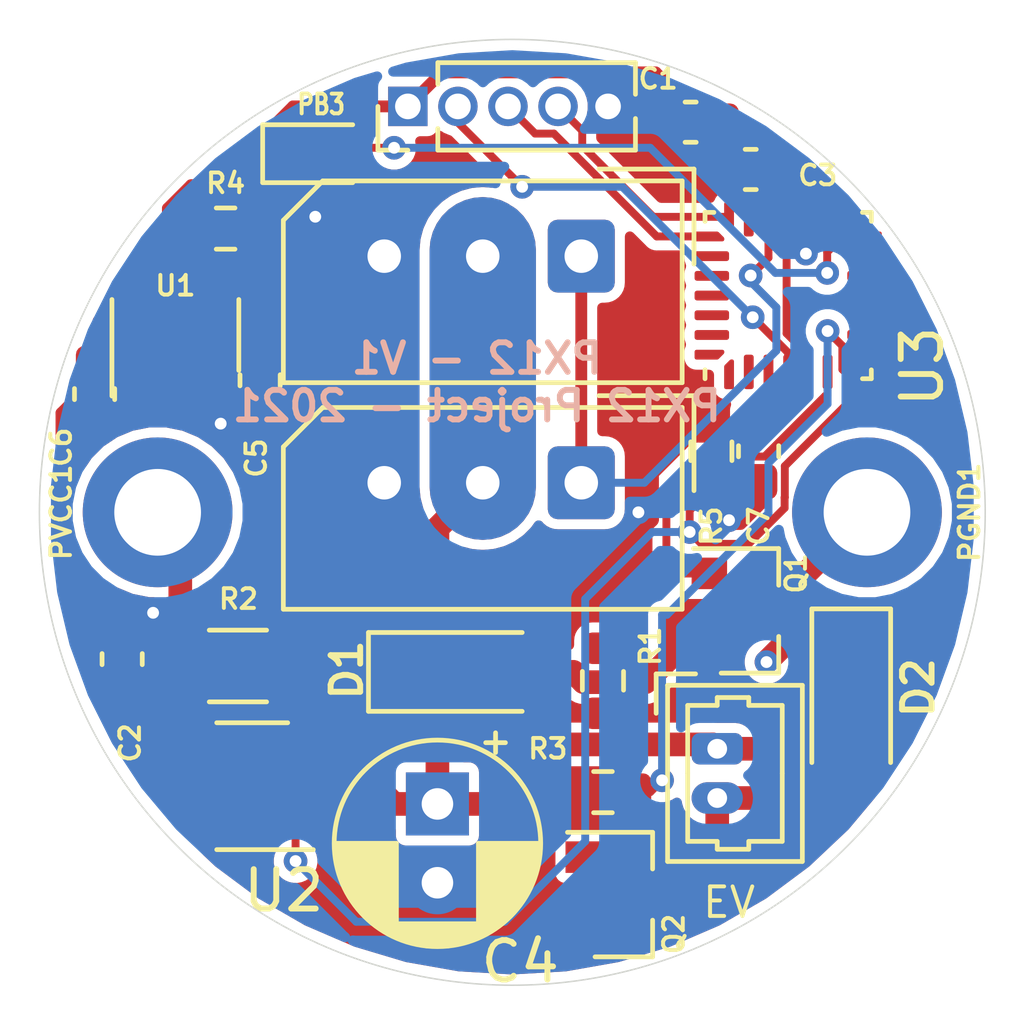
<source format=kicad_pcb>
(kicad_pcb (version 20171130) (host pcbnew "(5.1.6)-1")

  (general
    (thickness 1.6)
    (drawings 6)
    (tracks 221)
    (zones 0)
    (modules 26)
    (nets 33)
  )

  (page A4)
  (title_block
    (title "PX12 Board")
    (date 2020-11-29)
    (rev V1.0)
    (company "PX12 Project")
  )

  (layers
    (0 Front signal)
    (31 Back signal)
    (34 B.Paste user)
    (35 F.Paste user)
    (36 B.SilkS user)
    (37 F.SilkS user)
    (38 B.Mask user)
    (39 F.Mask user)
    (44 Edge.Cuts user)
    (45 Margin user)
    (46 B.CrtYd user)
    (47 F.CrtYd user)
    (49 F.Fab user hide)
  )

  (setup
    (last_trace_width 0.15)
    (user_trace_width 0.09)
    (user_trace_width 0.15)
    (user_trace_width 0.2)
    (user_trace_width 0.3)
    (user_trace_width 0.4)
    (user_trace_width 0.6)
    (trace_clearance 0.09)
    (zone_clearance 0.254)
    (zone_45_only no)
    (trace_min 0)
    (via_size 0.6)
    (via_drill 0.3)
    (via_min_size 0.4)
    (via_min_drill 0.2)
    (user_via 0.4 0.2)
    (user_via 0.6 0.3)
    (user_via 0.9 0.4)
    (uvia_size 0.6858)
    (uvia_drill 0.3302)
    (uvias_allowed no)
    (uvia_min_size 0.2)
    (uvia_min_drill 0.1)
    (edge_width 0.0381)
    (segment_width 0.254)
    (pcb_text_width 0.3048)
    (pcb_text_size 1.524 1.524)
    (mod_edge_width 0.1)
    (mod_text_size 0.5 0.5)
    (mod_text_width 0.1)
    (pad_size 3.8 3.8)
    (pad_drill 2.2)
    (pad_to_mask_clearance 0)
    (solder_mask_min_width 0.12)
    (aux_axis_origin 0 0)
    (visible_elements 7FFFFFFF)
    (pcbplotparams
      (layerselection 0x010fc_ffffffff)
      (usegerberextensions false)
      (usegerberattributes true)
      (usegerberadvancedattributes true)
      (creategerberjobfile true)
      (excludeedgelayer true)
      (linewidth 0.100000)
      (plotframeref false)
      (viasonmask false)
      (mode 1)
      (useauxorigin false)
      (hpglpennumber 1)
      (hpglpenspeed 20)
      (hpglpendiameter 15.000000)
      (psnegative false)
      (psa4output false)
      (plotreference true)
      (plotvalue true)
      (plotinvisibletext false)
      (padsonsilk false)
      (subtractmaskfromsilk false)
      (outputformat 1)
      (mirror false)
      (drillshape 0)
      (scaleselection 1)
      (outputdirectory "Output/"))
  )

  (net 0 "")
  (net 1 +3V3)
  (net 2 GND)
  (net 3 "Net-(D3-Pad1)")
  (net 4 RST)
  (net 5 SWCLK)
  (net 6 SWDIO)
  (net 7 Pump)
  (net 8 Valve)
  (net 9 Va)
  (net 10 /PUMP_GND)
  (net 11 VCC)
  (net 12 /VALVE_GND)
  (net 13 /P-)
  (net 14 SERIAL)
  (net 15 "Net-(U1-Pad4)")
  (net 16 "Net-(U3-Pad1)")
  (net 17 "Net-(U3-Pad2)")
  (net 18 "Net-(U3-Pad3)")
  (net 19 "Net-(U3-Pad9)")
  (net 20 "Net-(U3-Pad10)")
  (net 21 "Net-(U3-Pad11)")
  (net 22 "Net-(U3-Pad12)")
  (net 23 "Net-(U3-Pad13)")
  (net 24 "Net-(U3-Pad14)")
  (net 25 "Net-(U3-Pad20)")
  (net 26 "Net-(U3-Pad23)")
  (net 27 "Net-(U3-Pad24)")
  (net 28 "Net-(U3-Pad25)")
  (net 29 "Net-(U3-Pad26)")
  (net 30 "Net-(U3-Pad27)")
  (net 31 "Net-(U3-Pad28)")
  (net 32 "Net-(D3-Pad2)")

  (net_class Default "This is the default net class."
    (clearance 0.09)
    (trace_width 0.09)
    (via_dia 0.6)
    (via_drill 0.3)
    (uvia_dia 0.6858)
    (uvia_drill 0.3302)
    (diff_pair_width 0.1524)
    (diff_pair_gap 0.254)
    (add_net +3V3)
    (add_net /P-)
    (add_net /PUMP_GND)
    (add_net /VALVE_GND)
    (add_net GND)
    (add_net "Net-(D3-Pad1)")
    (add_net "Net-(D3-Pad2)")
    (add_net "Net-(U1-Pad4)")
    (add_net "Net-(U3-Pad1)")
    (add_net "Net-(U3-Pad10)")
    (add_net "Net-(U3-Pad11)")
    (add_net "Net-(U3-Pad12)")
    (add_net "Net-(U3-Pad13)")
    (add_net "Net-(U3-Pad14)")
    (add_net "Net-(U3-Pad2)")
    (add_net "Net-(U3-Pad20)")
    (add_net "Net-(U3-Pad23)")
    (add_net "Net-(U3-Pad24)")
    (add_net "Net-(U3-Pad25)")
    (add_net "Net-(U3-Pad26)")
    (add_net "Net-(U3-Pad27)")
    (add_net "Net-(U3-Pad28)")
    (add_net "Net-(U3-Pad3)")
    (add_net "Net-(U3-Pad9)")
    (add_net Pump)
    (add_net RST)
    (add_net SERIAL)
    (add_net SWCLK)
    (add_net SWDIO)
    (add_net VCC)
    (add_net Va)
    (add_net Valve)
  )

  (module Package_TO_SOT_SMD:SOT-23-5 (layer Front) (tedit 5A02FF57) (tstamp 5FBE8C3E)
    (at 166.45 95.5 90)
    (descr "5-pin SOT23 package")
    (tags SOT-23-5)
    (path /5FBF3BDD)
    (attr smd)
    (fp_text reference U1 (at 1.25 0) (layer F.SilkS)
      (effects (font (size 0.5 0.5) (thickness 0.1)))
    )
    (fp_text value NCP718xSN330 (at 0 2.9 90) (layer F.Fab)
      (effects (font (size 1 1) (thickness 0.15)))
    )
    (fp_line (start -0.9 1.61) (end 0.9 1.61) (layer F.SilkS) (width 0.12))
    (fp_line (start 0.9 -1.61) (end -1.55 -1.61) (layer F.SilkS) (width 0.12))
    (fp_line (start -1.9 -1.8) (end 1.9 -1.8) (layer F.CrtYd) (width 0.05))
    (fp_line (start 1.9 -1.8) (end 1.9 1.8) (layer F.CrtYd) (width 0.05))
    (fp_line (start 1.9 1.8) (end -1.9 1.8) (layer F.CrtYd) (width 0.05))
    (fp_line (start -1.9 1.8) (end -1.9 -1.8) (layer F.CrtYd) (width 0.05))
    (fp_line (start -0.9 -0.9) (end -0.25 -1.55) (layer F.Fab) (width 0.1))
    (fp_line (start 0.9 -1.55) (end -0.25 -1.55) (layer F.Fab) (width 0.1))
    (fp_line (start -0.9 -0.9) (end -0.9 1.55) (layer F.Fab) (width 0.1))
    (fp_line (start 0.9 1.55) (end -0.9 1.55) (layer F.Fab) (width 0.1))
    (fp_line (start 0.9 -1.55) (end 0.9 1.55) (layer F.Fab) (width 0.1))
    (fp_text user %R (at 0 0) (layer F.Fab)
      (effects (font (size 0.5 0.5) (thickness 0.075)))
    )
    (pad 5 smd rect (at 1.1 -0.95 90) (size 1.06 0.65) (layers Front F.Paste F.Mask)
      (net 1 +3V3))
    (pad 4 smd rect (at 1.1 0.95 90) (size 1.06 0.65) (layers Front F.Paste F.Mask)
      (net 15 "Net-(U1-Pad4)"))
    (pad 3 smd rect (at -1.1 0.95 90) (size 1.06 0.65) (layers Front F.Paste F.Mask)
      (net 11 VCC))
    (pad 2 smd rect (at -1.1 0 90) (size 1.06 0.65) (layers Front F.Paste F.Mask)
      (net 2 GND))
    (pad 1 smd rect (at -1.1 -0.95 90) (size 1.06 0.65) (layers Front F.Paste F.Mask)
      (net 11 VCC))
    (model ${KISYS3DMOD}/Package_TO_SOT_SMD.3dshapes/SOT-23-5.wrl
      (at (xyz 0 0 0))
      (scale (xyz 1 1 1))
      (rotate (xyz 0 0 0))
    )
  )

  (module Capacitor_SMD:C_0603_1608Metric (layer Front) (tedit 5F68FEEE) (tstamp 5FBE69D5)
    (at 181.25 98.45 270)
    (descr "Capacitor SMD 0603 (1608 Metric), square (rectangular) end terminal, IPC_7351 nominal, (Body size source: IPC-SM-782 page 76, https://www.pcb-3d.com/wordpress/wp-content/uploads/ipc-sm-782a_amendment_1_and_2.pdf), generated with kicad-footprint-generator")
    (tags capacitor)
    (path /5FF91B6D)
    (attr smd)
    (fp_text reference C7 (at 1.9 0 90) (layer F.SilkS)
      (effects (font (size 0.5 0.5) (thickness 0.1)))
    )
    (fp_text value 100nF (at 0 1.43 90) (layer F.Fab)
      (effects (font (size 1 1) (thickness 0.15)))
    )
    (fp_line (start 1.48 0.73) (end -1.48 0.73) (layer F.CrtYd) (width 0.05))
    (fp_line (start 1.48 -0.73) (end 1.48 0.73) (layer F.CrtYd) (width 0.05))
    (fp_line (start -1.48 -0.73) (end 1.48 -0.73) (layer F.CrtYd) (width 0.05))
    (fp_line (start -1.48 0.73) (end -1.48 -0.73) (layer F.CrtYd) (width 0.05))
    (fp_line (start -0.14058 0.51) (end 0.14058 0.51) (layer F.SilkS) (width 0.12))
    (fp_line (start -0.14058 -0.51) (end 0.14058 -0.51) (layer F.SilkS) (width 0.12))
    (fp_line (start 0.8 0.4) (end -0.8 0.4) (layer F.Fab) (width 0.1))
    (fp_line (start 0.8 -0.4) (end 0.8 0.4) (layer F.Fab) (width 0.1))
    (fp_line (start -0.8 -0.4) (end 0.8 -0.4) (layer F.Fab) (width 0.1))
    (fp_line (start -0.8 0.4) (end -0.8 -0.4) (layer F.Fab) (width 0.1))
    (fp_text user %R (at 0 0 90) (layer F.Fab)
      (effects (font (size 0.4 0.4) (thickness 0.06)))
    )
    (pad 1 smd roundrect (at -0.775 0 270) (size 0.9 0.95) (layers Front F.Paste F.Mask) (roundrect_rratio 0.25)
      (net 4 RST))
    (pad 2 smd roundrect (at 0.775 0 270) (size 0.9 0.95) (layers Front F.Paste F.Mask) (roundrect_rratio 0.25)
      (net 2 GND))
    (model ${KISYS3DMOD}/Capacitor_SMD.3dshapes/C_0603_1608Metric.wrl
      (at (xyz 0 0 0))
      (scale (xyz 1 1 1))
      (rotate (xyz 0 0 0))
    )
  )

  (module Connector_Molex:Molex_SPOX_5267-03A_1x03_P2.50mm_Vertical (layer Front) (tedit 5B7833F7) (tstamp 5FBD974B)
    (at 176.75 99.25 180)
    (descr "Molex SPOX Connector System, 5267-03A, 3 Pins per row (http://www.molex.com/pdm_docs/sd/022035035_sd.pdf), generated with kicad-footprint-generator")
    (tags "connector Molex SPOX side entry")
    (path /5FCF60B9)
    (fp_text reference KLIN2 (at 0 -2) (layer F.SilkS) hide
      (effects (font (size 1 1) (thickness 0.15)))
    )
    (fp_text value Conn_01x03_Male (at 2.5 3) (layer F.Fab)
      (effects (font (size 1 1) (thickness 0.15)))
    )
    (fp_line (start -2.45 -3.1) (end -2.45 1.8) (layer F.Fab) (width 0.1))
    (fp_line (start -2.45 1.8) (end 6.45 1.8) (layer F.Fab) (width 0.1))
    (fp_line (start 6.45 1.8) (end 7.45 0.8) (layer F.Fab) (width 0.1))
    (fp_line (start 7.45 0.8) (end 7.45 -3.1) (layer F.Fab) (width 0.1))
    (fp_line (start 7.45 -3.1) (end -2.45 -3.1) (layer F.Fab) (width 0.1))
    (fp_line (start -2.56 -3.21) (end -2.56 1.91) (layer F.SilkS) (width 0.12))
    (fp_line (start -2.56 1.91) (end 6.56 1.91) (layer F.SilkS) (width 0.12))
    (fp_line (start 6.56 1.91) (end 7.56 0.91) (layer F.SilkS) (width 0.12))
    (fp_line (start 7.56 0.91) (end 7.56 -3.21) (layer F.SilkS) (width 0.12))
    (fp_line (start 7.56 -3.21) (end -2.56 -3.21) (layer F.SilkS) (width 0.12))
    (fp_line (start -2.86 -0.2) (end -2.86 2.21) (layer F.SilkS) (width 0.12))
    (fp_line (start -2.86 2.21) (end -0.45 2.21) (layer F.SilkS) (width 0.12))
    (fp_line (start -0.5 1.8) (end 0 1.092893) (layer F.Fab) (width 0.1))
    (fp_line (start 0 1.092893) (end 0.5 1.8) (layer F.Fab) (width 0.1))
    (fp_line (start -2.95 -3.6) (end -2.95 2.3) (layer F.CrtYd) (width 0.05))
    (fp_line (start -2.95 2.3) (end 6.95 2.3) (layer F.CrtYd) (width 0.05))
    (fp_line (start 6.95 2.3) (end 7.95 1.3) (layer F.CrtYd) (width 0.05))
    (fp_line (start 7.95 1.3) (end 7.95 -3.6) (layer F.CrtYd) (width 0.05))
    (fp_line (start 7.95 -3.6) (end -2.95 -3.6) (layer F.CrtYd) (width 0.05))
    (fp_text user %R (at 2.5 -2.4) (layer F.Fab)
      (effects (font (size 1 1) (thickness 0.15)))
    )
    (pad 3 thru_hole oval (at 5 0 180) (size 1.7 1.85) (drill 0.85) (layers *.Cu *.Mask)
      (net 2 GND))
    (pad 2 thru_hole oval (at 2.5 0 180) (size 1.7 1.85) (drill 0.85) (layers *.Cu *.Mask)
      (net 11 VCC))
    (pad 1 thru_hole roundrect (at 0 0 180) (size 1.7 1.85) (drill 0.85) (layers *.Cu *.Mask) (roundrect_rratio 0.1470588235294118)
      (net 14 SERIAL))
    (model E:/22035035.stp
      (offset (xyz 2.5 0.6 3))
      (scale (xyz 1 1 1))
      (rotate (xyz -90 0 180))
    )
    (model C:/Users/kmikaz/Documents/KLinPump/3D/22035035.stp
      (offset (xyz 2.5 0.5 3))
      (scale (xyz 1 1 1))
      (rotate (xyz -90 0 180))
    )
  )

  (module LED_SMD:LED_0603_1608Metric (layer Front) (tedit 5F68FEF1) (tstamp 5FBE6C50)
    (at 170.15 90.9)
    (descr "LED SMD 0603 (1608 Metric), square (rectangular) end terminal, IPC_7351 nominal, (Body size source: http://www.tortai-tech.com/upload/download/2011102023233369053.pdf), generated with kicad-footprint-generator")
    (tags LED)
    (path /5FC0378B)
    (attr smd)
    (fp_text reference D3 (at 0 -1.43) (layer F.SilkS) hide
      (effects (font (size 1 1) (thickness 0.15)))
    )
    (fp_text value LED (at 0 1.43) (layer F.Fab)
      (effects (font (size 1 1) (thickness 0.15)))
    )
    (fp_line (start 0.8 -0.4) (end -0.5 -0.4) (layer F.Fab) (width 0.1))
    (fp_line (start -0.5 -0.4) (end -0.8 -0.1) (layer F.Fab) (width 0.1))
    (fp_line (start -0.8 -0.1) (end -0.8 0.4) (layer F.Fab) (width 0.1))
    (fp_line (start -0.8 0.4) (end 0.8 0.4) (layer F.Fab) (width 0.1))
    (fp_line (start 0.8 0.4) (end 0.8 -0.4) (layer F.Fab) (width 0.1))
    (fp_line (start 0.8 -0.735) (end -1.485 -0.735) (layer F.SilkS) (width 0.12))
    (fp_line (start -1.485 -0.735) (end -1.485 0.735) (layer F.SilkS) (width 0.12))
    (fp_line (start -1.485 0.735) (end 0.8 0.735) (layer F.SilkS) (width 0.12))
    (fp_line (start -1.48 0.73) (end -1.48 -0.73) (layer F.CrtYd) (width 0.05))
    (fp_line (start -1.48 -0.73) (end 1.48 -0.73) (layer F.CrtYd) (width 0.05))
    (fp_line (start 1.48 -0.73) (end 1.48 0.73) (layer F.CrtYd) (width 0.05))
    (fp_line (start 1.48 0.73) (end -1.48 0.73) (layer F.CrtYd) (width 0.05))
    (fp_text user %R (at 0 0) (layer F.Fab)
      (effects (font (size 0.4 0.4) (thickness 0.06)))
    )
    (pad 1 smd roundrect (at -0.7875 0) (size 0.875 0.95) (layers Front F.Paste F.Mask) (roundrect_rratio 0.25)
      (net 3 "Net-(D3-Pad1)"))
    (pad 2 smd roundrect (at 0.7875 0) (size 0.875 0.95) (layers Front F.Paste F.Mask) (roundrect_rratio 0.25)
      (net 32 "Net-(D3-Pad2)"))
    (model ${KISYS3DMOD}/LED_SMD.3dshapes/LED_0603_1608Metric.wrl
      (at (xyz 0 0 0))
      (scale (xyz 1 1 1))
      (rotate (xyz 0 0 0))
    )
  )

  (module Connector_Molex:Molex_SPOX_5267-03A_1x03_P2.50mm_Vertical (layer Front) (tedit 5B7833F7) (tstamp 5FBD8457)
    (at 176.75 93.5 180)
    (descr "Molex SPOX Connector System, 5267-03A, 3 Pins per row (http://www.molex.com/pdm_docs/sd/022035035_sd.pdf), generated with kicad-footprint-generator")
    (tags "connector Molex SPOX side entry")
    (path /5FCEF2A8)
    (fp_text reference KLIN1 (at -1.75 0.07) (layer F.SilkS) hide
      (effects (font (size 1 1) (thickness 0.15)))
    )
    (fp_text value Conn_01x03_Male (at 2.5 3) (layer F.Fab)
      (effects (font (size 1 1) (thickness 0.15)))
    )
    (fp_line (start 7.95 -3.6) (end -2.95 -3.6) (layer F.CrtYd) (width 0.05))
    (fp_line (start 7.95 1.3) (end 7.95 -3.6) (layer F.CrtYd) (width 0.05))
    (fp_line (start 6.95 2.3) (end 7.95 1.3) (layer F.CrtYd) (width 0.05))
    (fp_line (start -2.95 2.3) (end 6.95 2.3) (layer F.CrtYd) (width 0.05))
    (fp_line (start -2.95 -3.6) (end -2.95 2.3) (layer F.CrtYd) (width 0.05))
    (fp_line (start 0 1.092893) (end 0.5 1.8) (layer F.Fab) (width 0.1))
    (fp_line (start -0.5 1.8) (end 0 1.092893) (layer F.Fab) (width 0.1))
    (fp_line (start -2.86 2.21) (end -0.45 2.21) (layer F.SilkS) (width 0.12))
    (fp_line (start -2.86 -0.2) (end -2.86 2.21) (layer F.SilkS) (width 0.12))
    (fp_line (start 7.56 -3.21) (end -2.56 -3.21) (layer F.SilkS) (width 0.12))
    (fp_line (start 7.56 0.91) (end 7.56 -3.21) (layer F.SilkS) (width 0.12))
    (fp_line (start 6.56 1.91) (end 7.56 0.91) (layer F.SilkS) (width 0.12))
    (fp_line (start -2.56 1.91) (end 6.56 1.91) (layer F.SilkS) (width 0.12))
    (fp_line (start -2.56 -3.21) (end -2.56 1.91) (layer F.SilkS) (width 0.12))
    (fp_line (start 7.45 -3.1) (end -2.45 -3.1) (layer F.Fab) (width 0.1))
    (fp_line (start 7.45 0.8) (end 7.45 -3.1) (layer F.Fab) (width 0.1))
    (fp_line (start 6.45 1.8) (end 7.45 0.8) (layer F.Fab) (width 0.1))
    (fp_line (start -2.45 1.8) (end 6.45 1.8) (layer F.Fab) (width 0.1))
    (fp_line (start -2.45 -3.1) (end -2.45 1.8) (layer F.Fab) (width 0.1))
    (fp_text user %R (at 2.5 -2.4) (layer F.Fab)
      (effects (font (size 1 1) (thickness 0.15)))
    )
    (pad 1 thru_hole roundrect (at 0 0 180) (size 1.7 1.85) (drill 0.85) (layers *.Cu *.Mask) (roundrect_rratio 0.1470588235294118)
      (net 14 SERIAL))
    (pad 2 thru_hole oval (at 2.5 0 180) (size 1.7 1.85) (drill 0.85) (layers *.Cu *.Mask)
      (net 11 VCC))
    (pad 3 thru_hole oval (at 5 0 180) (size 1.7 1.85) (drill 0.85) (layers *.Cu *.Mask)
      (net 2 GND))
    (model C:/Users/kmikaz/Documents/KLinPump/3D/22035035.stp
      (offset (xyz 2.5 0.75 3))
      (scale (xyz 1 1 1))
      (rotate (xyz -90 0 180))
    )
  )

  (module Capacitor_SMD:C_0603_1608Metric (layer Front) (tedit 5F68FEEE) (tstamp 5FBDAB9C)
    (at 181.05 91.3 180)
    (descr "Capacitor SMD 0603 (1608 Metric), square (rectangular) end terminal, IPC_7351 nominal, (Body size source: IPC-SM-782 page 76, https://www.pcb-3d.com/wordpress/wp-content/uploads/ipc-sm-782a_amendment_1_and_2.pdf), generated with kicad-footprint-generator")
    (tags capacitor)
    (path /5FBAB811)
    (attr smd)
    (fp_text reference C3 (at -1.7 -0.15 180) (layer F.SilkS)
      (effects (font (size 0.5 0.5) (thickness 0.1)))
    )
    (fp_text value 10µF (at 0 1.43) (layer F.Fab)
      (effects (font (size 1 1) (thickness 0.15)))
    )
    (fp_line (start 1.48 0.73) (end -1.48 0.73) (layer F.CrtYd) (width 0.05))
    (fp_line (start 1.48 -0.73) (end 1.48 0.73) (layer F.CrtYd) (width 0.05))
    (fp_line (start -1.48 -0.73) (end 1.48 -0.73) (layer F.CrtYd) (width 0.05))
    (fp_line (start -1.48 0.73) (end -1.48 -0.73) (layer F.CrtYd) (width 0.05))
    (fp_line (start -0.14058 0.51) (end 0.14058 0.51) (layer F.SilkS) (width 0.12))
    (fp_line (start -0.14058 -0.51) (end 0.14058 -0.51) (layer F.SilkS) (width 0.12))
    (fp_line (start 0.8 0.4) (end -0.8 0.4) (layer F.Fab) (width 0.1))
    (fp_line (start 0.8 -0.4) (end 0.8 0.4) (layer F.Fab) (width 0.1))
    (fp_line (start -0.8 -0.4) (end 0.8 -0.4) (layer F.Fab) (width 0.1))
    (fp_line (start -0.8 0.4) (end -0.8 -0.4) (layer F.Fab) (width 0.1))
    (fp_text user %R (at 0 0) (layer F.Fab)
      (effects (font (size 0.4 0.4) (thickness 0.06)))
    )
    (pad 1 smd roundrect (at -0.775 0 180) (size 0.9 0.95) (layers Front F.Paste F.Mask) (roundrect_rratio 0.25)
      (net 1 +3V3))
    (pad 2 smd roundrect (at 0.775 0 180) (size 0.9 0.95) (layers Front F.Paste F.Mask) (roundrect_rratio 0.25)
      (net 2 GND))
    (model ${KISYS3DMOD}/Capacitor_SMD.3dshapes/C_0603_1608Metric.wrl
      (at (xyz 0 0 0))
      (scale (xyz 1 1 1))
      (rotate (xyz 0 0 0))
    )
  )

  (module Package_TO_SOT_SMD:SOT-23 (layer Front) (tedit 5A02FF57) (tstamp 5FBC55D5)
    (at 181 102.5)
    (descr "SOT-23, Standard")
    (tags SOT-23)
    (path /5FD1BD93)
    (attr smd)
    (fp_text reference Q1 (at 1.2 -0.95 270) (layer F.SilkS)
      (effects (font (size 0.5 0.5) (thickness 0.1)))
    )
    (fp_text value IRLML2060 (at 0 2.5) (layer F.Fab)
      (effects (font (size 1 1) (thickness 0.15)))
    )
    (fp_line (start -0.7 -0.95) (end -0.7 1.5) (layer F.Fab) (width 0.1))
    (fp_line (start -0.15 -1.52) (end 0.7 -1.52) (layer F.Fab) (width 0.1))
    (fp_line (start -0.7 -0.95) (end -0.15 -1.52) (layer F.Fab) (width 0.1))
    (fp_line (start 0.7 -1.52) (end 0.7 1.52) (layer F.Fab) (width 0.1))
    (fp_line (start -0.7 1.52) (end 0.7 1.52) (layer F.Fab) (width 0.1))
    (fp_line (start 0.76 1.58) (end 0.76 0.65) (layer F.SilkS) (width 0.12))
    (fp_line (start 0.76 -1.58) (end 0.76 -0.65) (layer F.SilkS) (width 0.12))
    (fp_line (start -1.7 -1.75) (end 1.7 -1.75) (layer F.CrtYd) (width 0.05))
    (fp_line (start 1.7 -1.75) (end 1.7 1.75) (layer F.CrtYd) (width 0.05))
    (fp_line (start 1.7 1.75) (end -1.7 1.75) (layer F.CrtYd) (width 0.05))
    (fp_line (start -1.7 1.75) (end -1.7 -1.75) (layer F.CrtYd) (width 0.05))
    (fp_line (start 0.76 -1.58) (end -1.4 -1.58) (layer F.SilkS) (width 0.12))
    (fp_line (start 0.76 1.58) (end -0.7 1.58) (layer F.SilkS) (width 0.12))
    (fp_text user %R (at 0 0 90) (layer F.Fab)
      (effects (font (size 0.5 0.5) (thickness 0.075)))
    )
    (pad 3 smd rect (at 1 0) (size 0.9 0.8) (layers Front F.Paste F.Mask)
      (net 10 /PUMP_GND))
    (pad 2 smd rect (at -1 0.95) (size 0.9 0.8) (layers Front F.Paste F.Mask)
      (net 2 GND))
    (pad 1 smd rect (at -1 -0.95) (size 0.9 0.8) (layers Front F.Paste F.Mask)
      (net 7 Pump))
    (model ${KISYS3DMOD}/Package_TO_SOT_SMD.3dshapes/SOT-23.wrl
      (at (xyz 0 0 0))
      (scale (xyz 1 1 1))
      (rotate (xyz 0 0 0))
    )
  )

  (module Connector_Molex:Molex_PicoBlade_53047-0210_1x02_P1.25mm_Vertical (layer Front) (tedit 5B783167) (tstamp 5FBE45B0)
    (at 180.2 106 270)
    (descr "Molex PicoBlade Connector System, 53047-0210, 2 Pins per row (http://www.molex.com/pdm_docs/sd/530470610_sd.pdf), generated with kicad-footprint-generator")
    (tags "connector Molex PicoBlade side entry")
    (path /5FD0F1C5)
    (fp_text reference VALVE1 (at 0.62 -3.25 90) (layer F.SilkS) hide
      (effects (font (size 1 1) (thickness 0.15)))
    )
    (fp_text value Conn_01x02_Male (at 0.62 2.35 90) (layer F.Fab)
      (effects (font (size 1 1) (thickness 0.15)))
    )
    (fp_line (start 3.25 -2.55) (end -2 -2.55) (layer F.CrtYd) (width 0.05))
    (fp_line (start 3.25 1.65) (end 3.25 -2.55) (layer F.CrtYd) (width 0.05))
    (fp_line (start -2 1.65) (end 3.25 1.65) (layer F.CrtYd) (width 0.05))
    (fp_line (start -2 -2.55) (end -2 1.65) (layer F.CrtYd) (width 0.05))
    (fp_line (start 0 0.442893) (end 0.5 1.15) (layer F.Fab) (width 0.1))
    (fp_line (start -0.5 1.15) (end 0 0.442893) (layer F.Fab) (width 0.1))
    (fp_line (start -1.9 1.55) (end -0.9 1.55) (layer F.SilkS) (width 0.12))
    (fp_line (start -1.9 1.55) (end -1.9 0.55) (layer F.SilkS) (width 0.12))
    (fp_line (start 2.35 -1.65) (end 0.625 -1.65) (layer F.SilkS) (width 0.12))
    (fp_line (start 2.35 -0.8) (end 2.35 -1.65) (layer F.SilkS) (width 0.12))
    (fp_line (start 2.55 -0.8) (end 2.35 -0.8) (layer F.SilkS) (width 0.12))
    (fp_line (start 2.55 0) (end 2.55 -0.8) (layer F.SilkS) (width 0.12))
    (fp_line (start 2.35 0) (end 2.55 0) (layer F.SilkS) (width 0.12))
    (fp_line (start 2.35 0.75) (end 2.35 0) (layer F.SilkS) (width 0.12))
    (fp_line (start 0.625 0.75) (end 2.35 0.75) (layer F.SilkS) (width 0.12))
    (fp_line (start -1.1 -1.65) (end 0.625 -1.65) (layer F.SilkS) (width 0.12))
    (fp_line (start -1.1 -0.8) (end -1.1 -1.65) (layer F.SilkS) (width 0.12))
    (fp_line (start -1.3 -0.8) (end -1.1 -0.8) (layer F.SilkS) (width 0.12))
    (fp_line (start -1.3 0) (end -1.3 -0.8) (layer F.SilkS) (width 0.12))
    (fp_line (start -1.1 0) (end -1.3 0) (layer F.SilkS) (width 0.12))
    (fp_line (start -1.1 0.75) (end -1.1 0) (layer F.SilkS) (width 0.12))
    (fp_line (start 0.625 0.75) (end -1.1 0.75) (layer F.SilkS) (width 0.12))
    (fp_line (start 2.86 -2.16) (end -1.61 -2.16) (layer F.SilkS) (width 0.12))
    (fp_line (start 2.86 1.26) (end 2.86 -2.16) (layer F.SilkS) (width 0.12))
    (fp_line (start -1.61 1.26) (end 2.86 1.26) (layer F.SilkS) (width 0.12))
    (fp_line (start -1.61 -2.16) (end -1.61 1.26) (layer F.SilkS) (width 0.12))
    (fp_line (start 2.75 -2.05) (end -1.5 -2.05) (layer F.Fab) (width 0.1))
    (fp_line (start 2.75 1.15) (end 2.75 -2.05) (layer F.Fab) (width 0.1))
    (fp_line (start -1.5 1.15) (end 2.75 1.15) (layer F.Fab) (width 0.1))
    (fp_line (start -1.5 -2.05) (end -1.5 1.15) (layer F.Fab) (width 0.1))
    (fp_text user %R (at 0.62 -1.35 90) (layer F.Fab)
      (effects (font (size 1 1) (thickness 0.15)))
    )
    (pad 1 thru_hole roundrect (at 0 0 270) (size 0.8 1.3) (drill 0.5) (layers *.Cu *.Mask) (roundrect_rratio 0.25)
      (net 11 VCC))
    (pad 2 thru_hole oval (at 1.25 0 270) (size 0.8 1.3) (drill 0.5) (layers *.Cu *.Mask)
      (net 12 /VALVE_GND))
    (model C:/Users/kmikaz/Documents/KLinPump/3D/530470210.stp
      (offset (xyz 0.625 0.45 3))
      (scale (xyz 1 1 1))
      (rotate (xyz -90 0 180))
    )
  )

  (module Resistor_SMD:R_0603_1608Metric (layer Front) (tedit 5F68FEEE) (tstamp 5FBE29B3)
    (at 167.725 92.8)
    (descr "Resistor SMD 0603 (1608 Metric), square (rectangular) end terminal, IPC_7351 nominal, (Body size source: IPC-SM-782 page 72, https://www.pcb-3d.com/wordpress/wp-content/uploads/ipc-sm-782a_amendment_1_and_2.pdf), generated with kicad-footprint-generator")
    (tags resistor)
    (path /5FC071E7)
    (attr smd)
    (fp_text reference R4 (at 0 -1.15 180) (layer F.SilkS)
      (effects (font (size 0.5 0.5) (thickness 0.1)))
    )
    (fp_text value 560 (at 0 1.43) (layer F.Fab)
      (effects (font (size 1 1) (thickness 0.15)))
    )
    (fp_line (start 1.48 0.73) (end -1.48 0.73) (layer F.CrtYd) (width 0.05))
    (fp_line (start 1.48 -0.73) (end 1.48 0.73) (layer F.CrtYd) (width 0.05))
    (fp_line (start -1.48 -0.73) (end 1.48 -0.73) (layer F.CrtYd) (width 0.05))
    (fp_line (start -1.48 0.73) (end -1.48 -0.73) (layer F.CrtYd) (width 0.05))
    (fp_line (start -0.237258 0.5225) (end 0.237258 0.5225) (layer F.SilkS) (width 0.12))
    (fp_line (start -0.237258 -0.5225) (end 0.237258 -0.5225) (layer F.SilkS) (width 0.12))
    (fp_line (start 0.8 0.4125) (end -0.8 0.4125) (layer F.Fab) (width 0.1))
    (fp_line (start 0.8 -0.4125) (end 0.8 0.4125) (layer F.Fab) (width 0.1))
    (fp_line (start -0.8 -0.4125) (end 0.8 -0.4125) (layer F.Fab) (width 0.1))
    (fp_line (start -0.8 0.4125) (end -0.8 -0.4125) (layer F.Fab) (width 0.1))
    (fp_text user %R (at 0 0) (layer F.Fab)
      (effects (font (size 0.4 0.4) (thickness 0.06)))
    )
    (pad 1 smd roundrect (at -0.825 0) (size 0.8 0.95) (layers Front F.Paste F.Mask) (roundrect_rratio 0.25)
      (net 3 "Net-(D3-Pad1)"))
    (pad 2 smd roundrect (at 0.825 0) (size 0.8 0.95) (layers Front F.Paste F.Mask) (roundrect_rratio 0.25)
      (net 2 GND))
    (model ${KISYS3DMOD}/Resistor_SMD.3dshapes/R_0603_1608Metric.wrl
      (at (xyz 0 0 0))
      (scale (xyz 1 1 1))
      (rotate (xyz 0 0 0))
    )
  )

  (module Capacitor_SMD:C_0603_1608Metric (layer Front) (tedit 5F68FEEE) (tstamp 5FBDFEE2)
    (at 168.6 96.65 90)
    (descr "Capacitor SMD 0603 (1608 Metric), square (rectangular) end terminal, IPC_7351 nominal, (Body size source: IPC-SM-782 page 76, https://www.pcb-3d.com/wordpress/wp-content/uploads/ipc-sm-782a_amendment_1_and_2.pdf), generated with kicad-footprint-generator")
    (tags capacitor)
    (path /5FBF954A)
    (attr smd)
    (fp_text reference C5 (at -1.975 -0.1 270) (layer F.SilkS)
      (effects (font (size 0.5 0.5) (thickness 0.1)))
    )
    (fp_text value 1µF (at 0 1.43 90) (layer F.Fab)
      (effects (font (size 1 1) (thickness 0.15)))
    )
    (fp_line (start -0.8 0.4) (end -0.8 -0.4) (layer F.Fab) (width 0.1))
    (fp_line (start -0.8 -0.4) (end 0.8 -0.4) (layer F.Fab) (width 0.1))
    (fp_line (start 0.8 -0.4) (end 0.8 0.4) (layer F.Fab) (width 0.1))
    (fp_line (start 0.8 0.4) (end -0.8 0.4) (layer F.Fab) (width 0.1))
    (fp_line (start -0.14058 -0.51) (end 0.14058 -0.51) (layer F.SilkS) (width 0.12))
    (fp_line (start -0.14058 0.51) (end 0.14058 0.51) (layer F.SilkS) (width 0.12))
    (fp_line (start -1.48 0.73) (end -1.48 -0.73) (layer F.CrtYd) (width 0.05))
    (fp_line (start -1.48 -0.73) (end 1.48 -0.73) (layer F.CrtYd) (width 0.05))
    (fp_line (start 1.48 -0.73) (end 1.48 0.73) (layer F.CrtYd) (width 0.05))
    (fp_line (start 1.48 0.73) (end -1.48 0.73) (layer F.CrtYd) (width 0.05))
    (fp_text user %R (at 0 0 90) (layer F.Fab)
      (effects (font (size 0.4 0.4) (thickness 0.06)))
    )
    (pad 2 smd roundrect (at 0.775 0 90) (size 0.9 0.95) (layers Front F.Paste F.Mask) (roundrect_rratio 0.25)
      (net 2 GND))
    (pad 1 smd roundrect (at -0.775 0 90) (size 0.9 0.95) (layers Front F.Paste F.Mask) (roundrect_rratio 0.25)
      (net 11 VCC))
    (model ${KISYS3DMOD}/Capacitor_SMD.3dshapes/C_0603_1608Metric.wrl
      (at (xyz 0 0 0))
      (scale (xyz 1 1 1))
      (rotate (xyz 0 0 0))
    )
  )

  (module Capacitor_SMD:C_0603_1608Metric (layer Front) (tedit 5F68FEEE) (tstamp 5FBE8BC4)
    (at 164.4 97 270)
    (descr "Capacitor SMD 0603 (1608 Metric), square (rectangular) end terminal, IPC_7351 nominal, (Body size source: IPC-SM-782 page 76, https://www.pcb-3d.com/wordpress/wp-content/uploads/ipc-sm-782a_amendment_1_and_2.pdf), generated with kicad-footprint-generator")
    (tags capacitor)
    (path /5FBF9F34)
    (attr smd)
    (fp_text reference C6 (at 1.35 0.85 270) (layer F.SilkS)
      (effects (font (size 0.5 0.5) (thickness 0.1)))
    )
    (fp_text value 1µF (at 0 1.43 90) (layer F.Fab)
      (effects (font (size 1 1) (thickness 0.15)))
    )
    (fp_line (start -0.8 0.4) (end -0.8 -0.4) (layer F.Fab) (width 0.1))
    (fp_line (start -0.8 -0.4) (end 0.8 -0.4) (layer F.Fab) (width 0.1))
    (fp_line (start 0.8 -0.4) (end 0.8 0.4) (layer F.Fab) (width 0.1))
    (fp_line (start 0.8 0.4) (end -0.8 0.4) (layer F.Fab) (width 0.1))
    (fp_line (start -0.14058 -0.51) (end 0.14058 -0.51) (layer F.SilkS) (width 0.12))
    (fp_line (start -0.14058 0.51) (end 0.14058 0.51) (layer F.SilkS) (width 0.12))
    (fp_line (start -1.48 0.73) (end -1.48 -0.73) (layer F.CrtYd) (width 0.05))
    (fp_line (start -1.48 -0.73) (end 1.48 -0.73) (layer F.CrtYd) (width 0.05))
    (fp_line (start 1.48 -0.73) (end 1.48 0.73) (layer F.CrtYd) (width 0.05))
    (fp_line (start 1.48 0.73) (end -1.48 0.73) (layer F.CrtYd) (width 0.05))
    (fp_text user %R (at 0 0 90) (layer F.Fab)
      (effects (font (size 0.4 0.4) (thickness 0.06)))
    )
    (pad 2 smd roundrect (at 0.775 0 270) (size 0.9 0.95) (layers Front F.Paste F.Mask) (roundrect_rratio 0.25)
      (net 2 GND))
    (pad 1 smd roundrect (at -0.775 0 270) (size 0.9 0.95) (layers Front F.Paste F.Mask) (roundrect_rratio 0.25)
      (net 1 +3V3))
    (model ${KISYS3DMOD}/Capacitor_SMD.3dshapes/C_0603_1608Metric.wrl
      (at (xyz 0 0 0))
      (scale (xyz 1 1 1))
      (rotate (xyz 0 0 0))
    )
  )

  (module Package_TO_SOT_SMD:SOT-23 (layer Front) (tedit 5A02FF57) (tstamp 5FBDA108)
    (at 177.8 109.7)
    (descr "SOT-23, Standard")
    (tags SOT-23)
    (path /5FD983D5)
    (attr smd)
    (fp_text reference Q2 (at 1.3 1 90) (layer F.SilkS)
      (effects (font (size 0.5 0.5) (thickness 0.1)))
    )
    (fp_text value IRLML2060 (at 0 2.5 180) (layer F.Fab)
      (effects (font (size 1 1) (thickness 0.15)))
    )
    (fp_line (start 0.76 1.58) (end -0.7 1.58) (layer F.SilkS) (width 0.12))
    (fp_line (start 0.76 -1.58) (end -1.4 -1.58) (layer F.SilkS) (width 0.12))
    (fp_line (start -1.7 1.75) (end -1.7 -1.75) (layer F.CrtYd) (width 0.05))
    (fp_line (start 1.7 1.75) (end -1.7 1.75) (layer F.CrtYd) (width 0.05))
    (fp_line (start 1.7 -1.75) (end 1.7 1.75) (layer F.CrtYd) (width 0.05))
    (fp_line (start -1.7 -1.75) (end 1.7 -1.75) (layer F.CrtYd) (width 0.05))
    (fp_line (start 0.76 -1.58) (end 0.76 -0.65) (layer F.SilkS) (width 0.12))
    (fp_line (start 0.76 1.58) (end 0.76 0.65) (layer F.SilkS) (width 0.12))
    (fp_line (start -0.7 1.52) (end 0.7 1.52) (layer F.Fab) (width 0.1))
    (fp_line (start 0.7 -1.52) (end 0.7 1.52) (layer F.Fab) (width 0.1))
    (fp_line (start -0.7 -0.95) (end -0.15 -1.52) (layer F.Fab) (width 0.1))
    (fp_line (start -0.15 -1.52) (end 0.7 -1.52) (layer F.Fab) (width 0.1))
    (fp_line (start -0.7 -0.95) (end -0.7 1.5) (layer F.Fab) (width 0.1))
    (fp_text user %R (at 0 0 270) (layer F.Fab)
      (effects (font (size 0.5 0.5) (thickness 0.075)))
    )
    (pad 1 smd rect (at -1 -0.95) (size 0.9 0.8) (layers Front F.Paste F.Mask)
      (net 8 Valve))
    (pad 2 smd rect (at -1 0.95) (size 0.9 0.8) (layers Front F.Paste F.Mask)
      (net 2 GND))
    (pad 3 smd rect (at 1 0) (size 0.9 0.8) (layers Front F.Paste F.Mask)
      (net 12 /VALVE_GND))
    (model ${KISYS3DMOD}/Package_TO_SOT_SMD.3dshapes/SOT-23.wrl
      (at (xyz 0 0 0))
      (scale (xyz 1 1 1))
      (rotate (xyz 0 0 0))
    )
  )

  (module Resistor_SMD:R_0603_1608Metric (layer Front) (tedit 5F68FEEE) (tstamp 5FBB4582)
    (at 177.3 104.275 270)
    (descr "Resistor SMD 0603 (1608 Metric), square (rectangular) end terminal, IPC_7351 nominal, (Body size source: IPC-SM-782 page 72, https://www.pcb-3d.com/wordpress/wp-content/uploads/ipc-sm-782a_amendment_1_and_2.pdf), generated with kicad-footprint-generator")
    (tags resistor)
    (path /5FD2DD3E)
    (attr smd)
    (fp_text reference R1 (at -0.875 -1.2 270) (layer F.SilkS)
      (effects (font (size 0.5 0.5) (thickness 0.1)))
    )
    (fp_text value 10K (at 0 1.43 90) (layer F.Fab)
      (effects (font (size 1 1) (thickness 0.15)))
    )
    (fp_line (start 1.48 0.73) (end -1.48 0.73) (layer F.CrtYd) (width 0.05))
    (fp_line (start 1.48 -0.73) (end 1.48 0.73) (layer F.CrtYd) (width 0.05))
    (fp_line (start -1.48 -0.73) (end 1.48 -0.73) (layer F.CrtYd) (width 0.05))
    (fp_line (start -1.48 0.73) (end -1.48 -0.73) (layer F.CrtYd) (width 0.05))
    (fp_line (start -0.237258 0.5225) (end 0.237258 0.5225) (layer F.SilkS) (width 0.12))
    (fp_line (start -0.237258 -0.5225) (end 0.237258 -0.5225) (layer F.SilkS) (width 0.12))
    (fp_line (start 0.8 0.4125) (end -0.8 0.4125) (layer F.Fab) (width 0.1))
    (fp_line (start 0.8 -0.4125) (end 0.8 0.4125) (layer F.Fab) (width 0.1))
    (fp_line (start -0.8 -0.4125) (end 0.8 -0.4125) (layer F.Fab) (width 0.1))
    (fp_line (start -0.8 0.4125) (end -0.8 -0.4125) (layer F.Fab) (width 0.1))
    (fp_text user %R (at 0 0 90) (layer F.Fab)
      (effects (font (size 0.4 0.4) (thickness 0.06)))
    )
    (pad 1 smd roundrect (at -0.825 0 270) (size 0.8 0.95) (layers Front F.Paste F.Mask) (roundrect_rratio 0.25)
      (net 7 Pump))
    (pad 2 smd roundrect (at 0.825 0 270) (size 0.8 0.95) (layers Front F.Paste F.Mask) (roundrect_rratio 0.25)
      (net 2 GND))
    (model ${KISYS3DMOD}/Resistor_SMD.3dshapes/R_0603_1608Metric.wrl
      (at (xyz 0 0 0))
      (scale (xyz 1 1 1))
      (rotate (xyz 0 0 0))
    )
  )

  (module Resistor_SMD:R_0603_1608Metric (layer Front) (tedit 5F68FEEE) (tstamp 5FBC650D)
    (at 180.05 98.45 90)
    (descr "Resistor SMD 0603 (1608 Metric), square (rectangular) end terminal, IPC_7351 nominal, (Body size source: IPC-SM-782 page 72, https://www.pcb-3d.com/wordpress/wp-content/uploads/ipc-sm-782a_amendment_1_and_2.pdf), generated with kicad-footprint-generator")
    (tags resistor)
    (path /5FE370B9)
    (attr smd)
    (fp_text reference R5 (at -1.9 0 90) (layer F.SilkS)
      (effects (font (size 0.5 0.5) (thickness 0.1)))
    )
    (fp_text value R (at 0 1.43 270) (layer F.Fab)
      (effects (font (size 1 1) (thickness 0.15)))
    )
    (fp_line (start -0.8 0.4125) (end -0.8 -0.4125) (layer F.Fab) (width 0.1))
    (fp_line (start -0.8 -0.4125) (end 0.8 -0.4125) (layer F.Fab) (width 0.1))
    (fp_line (start 0.8 -0.4125) (end 0.8 0.4125) (layer F.Fab) (width 0.1))
    (fp_line (start 0.8 0.4125) (end -0.8 0.4125) (layer F.Fab) (width 0.1))
    (fp_line (start -0.237258 -0.5225) (end 0.237258 -0.5225) (layer F.SilkS) (width 0.12))
    (fp_line (start -0.237258 0.5225) (end 0.237258 0.5225) (layer F.SilkS) (width 0.12))
    (fp_line (start -1.48 0.73) (end -1.48 -0.73) (layer F.CrtYd) (width 0.05))
    (fp_line (start -1.48 -0.73) (end 1.48 -0.73) (layer F.CrtYd) (width 0.05))
    (fp_line (start 1.48 -0.73) (end 1.48 0.73) (layer F.CrtYd) (width 0.05))
    (fp_line (start 1.48 0.73) (end -1.48 0.73) (layer F.CrtYd) (width 0.05))
    (fp_text user %R (at 0 0 270) (layer F.Fab)
      (effects (font (size 0.4 0.4) (thickness 0.06)))
    )
    (pad 2 smd roundrect (at 0.825 0 90) (size 0.8 0.95) (layers Front F.Paste F.Mask) (roundrect_rratio 0.25)
      (net 2 GND))
    (pad 1 smd roundrect (at -0.825 0 90) (size 0.8 0.95) (layers Front F.Paste F.Mask) (roundrect_rratio 0.25)
      (net 9 Va))
    (model ${KISYS3DMOD}/Resistor_SMD.3dshapes/R_0603_1608Metric.wrl
      (at (xyz 0 0 0))
      (scale (xyz 1 1 1))
      (rotate (xyz 0 0 0))
    )
  )

  (module Diode_SMD:D_SOD-123 (layer Front) (tedit 58645DC7) (tstamp 5FBC5C1F)
    (at 173.6 104.05)
    (descr SOD-123)
    (tags SOD-123)
    (path /5FD40FA2)
    (attr smd)
    (fp_text reference D1 (at -2.8 -0.05 270) (layer F.SilkS)
      (effects (font (size 0.75 0.75) (thickness 0.15)))
    )
    (fp_text value 1N4148W (at 0 2.1) (layer F.Fab)
      (effects (font (size 1 1) (thickness 0.15)))
    )
    (fp_line (start -2.25 -1) (end -2.25 1) (layer F.SilkS) (width 0.12))
    (fp_line (start 0.25 0) (end 0.75 0) (layer F.Fab) (width 0.1))
    (fp_line (start 0.25 0.4) (end -0.35 0) (layer F.Fab) (width 0.1))
    (fp_line (start 0.25 -0.4) (end 0.25 0.4) (layer F.Fab) (width 0.1))
    (fp_line (start -0.35 0) (end 0.25 -0.4) (layer F.Fab) (width 0.1))
    (fp_line (start -0.35 0) (end -0.35 0.55) (layer F.Fab) (width 0.1))
    (fp_line (start -0.35 0) (end -0.35 -0.55) (layer F.Fab) (width 0.1))
    (fp_line (start -0.75 0) (end -0.35 0) (layer F.Fab) (width 0.1))
    (fp_line (start -1.4 0.9) (end -1.4 -0.9) (layer F.Fab) (width 0.1))
    (fp_line (start 1.4 0.9) (end -1.4 0.9) (layer F.Fab) (width 0.1))
    (fp_line (start 1.4 -0.9) (end 1.4 0.9) (layer F.Fab) (width 0.1))
    (fp_line (start -1.4 -0.9) (end 1.4 -0.9) (layer F.Fab) (width 0.1))
    (fp_line (start -2.35 -1.15) (end 2.35 -1.15) (layer F.CrtYd) (width 0.05))
    (fp_line (start 2.35 -1.15) (end 2.35 1.15) (layer F.CrtYd) (width 0.05))
    (fp_line (start 2.35 1.15) (end -2.35 1.15) (layer F.CrtYd) (width 0.05))
    (fp_line (start -2.35 -1.15) (end -2.35 1.15) (layer F.CrtYd) (width 0.05))
    (fp_line (start -2.25 1) (end 1.65 1) (layer F.SilkS) (width 0.12))
    (fp_line (start -2.25 -1) (end 1.65 -1) (layer F.SilkS) (width 0.12))
    (fp_text user %R (at 0 -2) (layer F.Fab)
      (effects (font (size 1 1) (thickness 0.15)))
    )
    (pad 2 smd rect (at 1.65 0) (size 0.9 1.2) (layers Front F.Paste F.Mask)
      (net 10 /PUMP_GND))
    (pad 1 smd rect (at -1.65 0) (size 0.9 1.2) (layers Front F.Paste F.Mask)
      (net 13 /P-))
    (model ${KISYS3DMOD}/Diode_SMD.3dshapes/D_SOD-123.wrl
      (at (xyz 0 0 0))
      (scale (xyz 1 1 1))
      (rotate (xyz 0 0 0))
    )
  )

  (module Connector_PinHeader_1.27mm:PinHeader_1x05_P1.27mm_Vertical (layer Front) (tedit 59FED6E3) (tstamp 5FBD99CA)
    (at 172.35 89.7 90)
    (descr "Through hole straight pin header, 1x05, 1.27mm pitch, single row")
    (tags "Through hole pin header THT 1x05 1.27mm single row")
    (path /5FCD609D)
    (fp_text reference SWD1 (at 0 -1.695 90) (layer F.SilkS) hide
      (effects (font (size 1 1) (thickness 0.15)))
    )
    (fp_text value Conn_01x05_Male (at 0 6.775 90) (layer F.Fab)
      (effects (font (size 1 1) (thickness 0.15)))
    )
    (fp_line (start 1.55 -1.15) (end -1.55 -1.15) (layer F.CrtYd) (width 0.05))
    (fp_line (start 1.55 6.25) (end 1.55 -1.15) (layer F.CrtYd) (width 0.05))
    (fp_line (start -1.55 6.25) (end 1.55 6.25) (layer F.CrtYd) (width 0.05))
    (fp_line (start -1.55 -1.15) (end -1.55 6.25) (layer F.CrtYd) (width 0.05))
    (fp_line (start -1.11 -0.76) (end 0 -0.76) (layer F.SilkS) (width 0.12))
    (fp_line (start -1.11 0) (end -1.11 -0.76) (layer F.SilkS) (width 0.12))
    (fp_line (start 0.563471 0.76) (end 1.11 0.76) (layer F.SilkS) (width 0.12))
    (fp_line (start -1.11 0.76) (end -0.563471 0.76) (layer F.SilkS) (width 0.12))
    (fp_line (start 1.11 0.76) (end 1.11 5.775) (layer F.SilkS) (width 0.12))
    (fp_line (start -1.11 0.76) (end -1.11 5.775) (layer F.SilkS) (width 0.12))
    (fp_line (start 0.30753 5.775) (end 1.11 5.775) (layer F.SilkS) (width 0.12))
    (fp_line (start -1.11 5.775) (end -0.30753 5.775) (layer F.SilkS) (width 0.12))
    (fp_line (start -1.05 -0.11) (end -0.525 -0.635) (layer F.Fab) (width 0.1))
    (fp_line (start -1.05 5.715) (end -1.05 -0.11) (layer F.Fab) (width 0.1))
    (fp_line (start 1.05 5.715) (end -1.05 5.715) (layer F.Fab) (width 0.1))
    (fp_line (start 1.05 -0.635) (end 1.05 5.715) (layer F.Fab) (width 0.1))
    (fp_line (start -0.525 -0.635) (end 1.05 -0.635) (layer F.Fab) (width 0.1))
    (fp_text user %R (at 0 2.54) (layer F.Fab)
      (effects (font (size 1 1) (thickness 0.15)))
    )
    (pad 1 thru_hole rect (at 0 0 90) (size 1 1) (drill 0.65) (layers *.Cu *.Mask)
      (net 1 +3V3))
    (pad 2 thru_hole oval (at 0 1.27 90) (size 1 1) (drill 0.65) (layers *.Cu *.Mask)
      (net 4 RST))
    (pad 3 thru_hole oval (at 0 2.54 90) (size 1 1) (drill 0.65) (layers *.Cu *.Mask)
      (net 5 SWCLK))
    (pad 4 thru_hole oval (at 0 3.81 90) (size 1 1) (drill 0.65) (layers *.Cu *.Mask)
      (net 6 SWDIO))
    (pad 5 thru_hole oval (at 0 5.08 90) (size 1 1) (drill 0.65) (layers *.Cu *.Mask)
      (net 2 GND))
    (model ${KISYS3DMOD}/Connector_PinHeader_1.27mm.3dshapes/PinHeader_1x05_P1.27mm_Vertical.wrl
      (at (xyz 0 0 0))
      (scale (xyz 1 1 1))
      (rotate (xyz 0 0 0))
    )
  )

  (module Diode_SMD:D_SOD-123 (layer Front) (tedit 58645DC7) (tstamp 5FBD3FDF)
    (at 183.6 104.7 270)
    (descr SOD-123)
    (tags SOD-123)
    (path /5FD983EA)
    (attr smd)
    (fp_text reference D2 (at -0.25 -1.7 270) (layer F.SilkS)
      (effects (font (size 0.75 0.75) (thickness 0.15)))
    )
    (fp_text value 1N4148W (at 0 2.1 270) (layer F.Fab)
      (effects (font (size 1 1) (thickness 0.15)))
    )
    (fp_line (start -2.25 -1) (end 1.65 -1) (layer F.SilkS) (width 0.12))
    (fp_line (start -2.25 1) (end 1.65 1) (layer F.SilkS) (width 0.12))
    (fp_line (start -2.35 -1.15) (end -2.35 1.15) (layer F.CrtYd) (width 0.05))
    (fp_line (start 2.35 1.15) (end -2.35 1.15) (layer F.CrtYd) (width 0.05))
    (fp_line (start 2.35 -1.15) (end 2.35 1.15) (layer F.CrtYd) (width 0.05))
    (fp_line (start -2.35 -1.15) (end 2.35 -1.15) (layer F.CrtYd) (width 0.05))
    (fp_line (start -1.4 -0.9) (end 1.4 -0.9) (layer F.Fab) (width 0.1))
    (fp_line (start 1.4 -0.9) (end 1.4 0.9) (layer F.Fab) (width 0.1))
    (fp_line (start 1.4 0.9) (end -1.4 0.9) (layer F.Fab) (width 0.1))
    (fp_line (start -1.4 0.9) (end -1.4 -0.9) (layer F.Fab) (width 0.1))
    (fp_line (start -0.75 0) (end -0.35 0) (layer F.Fab) (width 0.1))
    (fp_line (start -0.35 0) (end -0.35 -0.55) (layer F.Fab) (width 0.1))
    (fp_line (start -0.35 0) (end -0.35 0.55) (layer F.Fab) (width 0.1))
    (fp_line (start -0.35 0) (end 0.25 -0.4) (layer F.Fab) (width 0.1))
    (fp_line (start 0.25 -0.4) (end 0.25 0.4) (layer F.Fab) (width 0.1))
    (fp_line (start 0.25 0.4) (end -0.35 0) (layer F.Fab) (width 0.1))
    (fp_line (start 0.25 0) (end 0.75 0) (layer F.Fab) (width 0.1))
    (fp_line (start -2.25 -1) (end -2.25 1) (layer F.SilkS) (width 0.12))
    (fp_text user %R (at 0 -2 270) (layer F.Fab)
      (effects (font (size 1 1) (thickness 0.15)))
    )
    (pad 2 smd rect (at 1.65 0 270) (size 0.9 1.2) (layers Front F.Paste F.Mask)
      (net 12 /VALVE_GND))
    (pad 1 smd rect (at -1.65 0 270) (size 0.9 1.2) (layers Front F.Paste F.Mask)
      (net 11 VCC))
    (model ${KISYS3DMOD}/Diode_SMD.3dshapes/D_SOD-123.wrl
      (at (xyz 0 0 0))
      (scale (xyz 1 1 1))
      (rotate (xyz 0 0 0))
    )
  )

  (module Resistor_SMD:R_1206_3216Metric (layer Front) (tedit 5F68FEEE) (tstamp 5FBDB258)
    (at 168.0375 103.9 180)
    (descr "Resistor SMD 1206 (3216 Metric), square (rectangular) end terminal, IPC_7351 nominal, (Body size source: IPC-SM-782 page 72, https://www.pcb-3d.com/wordpress/wp-content/uploads/ipc-sm-782a_amendment_1_and_2.pdf), generated with kicad-footprint-generator")
    (tags resistor)
    (path /5FE3493F)
    (attr smd)
    (fp_text reference R2 (at -0.0125 1.7) (layer F.SilkS)
      (effects (font (size 0.5 0.5) (thickness 0.1)))
    )
    (fp_text value 0.01 (at 0 1.82) (layer F.Fab)
      (effects (font (size 1 1) (thickness 0.15)))
    )
    (fp_line (start -1.6 0.8) (end -1.6 -0.8) (layer F.Fab) (width 0.1))
    (fp_line (start -1.6 -0.8) (end 1.6 -0.8) (layer F.Fab) (width 0.1))
    (fp_line (start 1.6 -0.8) (end 1.6 0.8) (layer F.Fab) (width 0.1))
    (fp_line (start 1.6 0.8) (end -1.6 0.8) (layer F.Fab) (width 0.1))
    (fp_line (start -0.727064 -0.91) (end 0.727064 -0.91) (layer F.SilkS) (width 0.12))
    (fp_line (start -0.727064 0.91) (end 0.727064 0.91) (layer F.SilkS) (width 0.12))
    (fp_line (start -2.28 1.12) (end -2.28 -1.12) (layer F.CrtYd) (width 0.05))
    (fp_line (start -2.28 -1.12) (end 2.28 -1.12) (layer F.CrtYd) (width 0.05))
    (fp_line (start 2.28 -1.12) (end 2.28 1.12) (layer F.CrtYd) (width 0.05))
    (fp_line (start 2.28 1.12) (end -2.28 1.12) (layer F.CrtYd) (width 0.05))
    (fp_text user %R (at 0 0) (layer F.Fab)
      (effects (font (size 0.8 0.8) (thickness 0.12)))
    )
    (pad 1 smd roundrect (at -1.4625 0 180) (size 1.125 1.75) (layers Front F.Paste F.Mask) (roundrect_rratio 0.2222204444444444)
      (net 11 VCC))
    (pad 2 smd roundrect (at 1.4625 0 180) (size 1.125 1.75) (layers Front F.Paste F.Mask) (roundrect_rratio 0.2222204444444444)
      (net 13 /P-))
    (model ${KISYS3DMOD}/Resistor_SMD.3dshapes/R_1206_3216Metric.wrl
      (at (xyz 0 0 0))
      (scale (xyz 1 1 1))
      (rotate (xyz 0 0 0))
    )
  )

  (module Resistor_SMD:R_0603_1608Metric (layer Front) (tedit 5F68FEEE) (tstamp 5FBD4007)
    (at 177.3 107.1 180)
    (descr "Resistor SMD 0603 (1608 Metric), square (rectangular) end terminal, IPC_7351 nominal, (Body size source: IPC-SM-782 page 72, https://www.pcb-3d.com/wordpress/wp-content/uploads/ipc-sm-782a_amendment_1_and_2.pdf), generated with kicad-footprint-generator")
    (tags resistor)
    (path /5FD983E1)
    (attr smd)
    (fp_text reference R3 (at 1.4 1.1) (layer F.SilkS)
      (effects (font (size 0.5 0.5) (thickness 0.1)))
    )
    (fp_text value 10K (at 0 1.43) (layer F.Fab)
      (effects (font (size 1 1) (thickness 0.15)))
    )
    (fp_line (start -0.8 0.4125) (end -0.8 -0.4125) (layer F.Fab) (width 0.1))
    (fp_line (start -0.8 -0.4125) (end 0.8 -0.4125) (layer F.Fab) (width 0.1))
    (fp_line (start 0.8 -0.4125) (end 0.8 0.4125) (layer F.Fab) (width 0.1))
    (fp_line (start 0.8 0.4125) (end -0.8 0.4125) (layer F.Fab) (width 0.1))
    (fp_line (start -0.237258 -0.5225) (end 0.237258 -0.5225) (layer F.SilkS) (width 0.12))
    (fp_line (start -0.237258 0.5225) (end 0.237258 0.5225) (layer F.SilkS) (width 0.12))
    (fp_line (start -1.48 0.73) (end -1.48 -0.73) (layer F.CrtYd) (width 0.05))
    (fp_line (start -1.48 -0.73) (end 1.48 -0.73) (layer F.CrtYd) (width 0.05))
    (fp_line (start 1.48 -0.73) (end 1.48 0.73) (layer F.CrtYd) (width 0.05))
    (fp_line (start 1.48 0.73) (end -1.48 0.73) (layer F.CrtYd) (width 0.05))
    (fp_text user %R (at 0 0) (layer F.Fab)
      (effects (font (size 0.4 0.4) (thickness 0.06)))
    )
    (pad 1 smd roundrect (at -0.825 0 180) (size 0.8 0.95) (layers Front F.Paste F.Mask) (roundrect_rratio 0.25)
      (net 8 Valve))
    (pad 2 smd roundrect (at 0.825 0 180) (size 0.8 0.95) (layers Front F.Paste F.Mask) (roundrect_rratio 0.25)
      (net 2 GND))
    (model ${KISYS3DMOD}/Resistor_SMD.3dshapes/R_0603_1608Metric.wrl
      (at (xyz 0 0 0))
      (scale (xyz 1 1 1))
      (rotate (xyz 0 0 0))
    )
  )

  (module Package_TO_SOT_SMD:SOT-23-5 (layer Front) (tedit 5A02FF57) (tstamp 5FBD402C)
    (at 168.4 106.95 180)
    (descr "5-pin SOT23 package")
    (tags SOT-23-5)
    (path /5FE2F5C7)
    (attr smd)
    (fp_text reference U2 (at -0.8 -2.65) (layer F.SilkS)
      (effects (font (size 1 1) (thickness 0.15)))
    )
    (fp_text value INA139 (at 0 2.9) (layer F.Fab)
      (effects (font (size 1 1) (thickness 0.15)))
    )
    (fp_line (start -0.9 1.61) (end 0.9 1.61) (layer F.SilkS) (width 0.12))
    (fp_line (start 0.9 -1.61) (end -1.55 -1.61) (layer F.SilkS) (width 0.12))
    (fp_line (start -1.9 -1.8) (end 1.9 -1.8) (layer F.CrtYd) (width 0.05))
    (fp_line (start 1.9 -1.8) (end 1.9 1.8) (layer F.CrtYd) (width 0.05))
    (fp_line (start 1.9 1.8) (end -1.9 1.8) (layer F.CrtYd) (width 0.05))
    (fp_line (start -1.9 1.8) (end -1.9 -1.8) (layer F.CrtYd) (width 0.05))
    (fp_line (start -0.9 -0.9) (end -0.25 -1.55) (layer F.Fab) (width 0.1))
    (fp_line (start 0.9 -1.55) (end -0.25 -1.55) (layer F.Fab) (width 0.1))
    (fp_line (start -0.9 -0.9) (end -0.9 1.55) (layer F.Fab) (width 0.1))
    (fp_line (start 0.9 1.55) (end -0.9 1.55) (layer F.Fab) (width 0.1))
    (fp_line (start 0.9 -1.55) (end 0.9 1.55) (layer F.Fab) (width 0.1))
    (fp_text user %R (at 0 0 90) (layer F.Fab)
      (effects (font (size 0.5 0.5) (thickness 0.075)))
    )
    (pad 1 smd rect (at -1.1 -0.95 180) (size 1.06 0.65) (layers Front F.Paste F.Mask)
      (net 9 Va))
    (pad 2 smd rect (at -1.1 0 180) (size 1.06 0.65) (layers Front F.Paste F.Mask)
      (net 2 GND))
    (pad 3 smd rect (at -1.1 0.95 180) (size 1.06 0.65) (layers Front F.Paste F.Mask)
      (net 11 VCC))
    (pad 4 smd rect (at 1.1 0.95 180) (size 1.06 0.65) (layers Front F.Paste F.Mask)
      (net 13 /P-))
    (pad 5 smd rect (at 1.1 -0.95 180) (size 1.06 0.65) (layers Front F.Paste F.Mask)
      (net 1 +3V3))
    (model ${KISYS3DMOD}/Package_TO_SOT_SMD.3dshapes/SOT-23-5.wrl
      (at (xyz 0 0 0))
      (scale (xyz 1 1 1))
      (rotate (xyz 0 0 0))
    )
  )

  (module Package_DFN_QFN:QFN-28_4x4mm_P0.5mm (layer Front) (tedit 5D9F792A) (tstamp 5FBD56CE)
    (at 182 94.5 90)
    (descr "QFN, 28 Pin (http://www.st.com/resource/en/datasheet/stm32f031k6.pdf#page=90), generated with kicad-footprint-generator ipc_noLead_generator.py")
    (tags "QFN NoLead")
    (path /5FC1B270)
    (attr smd)
    (fp_text reference U3 (at -1.8 3.4 270) (layer F.SilkS)
      (effects (font (size 1 1) (thickness 0.15)))
    )
    (fp_text value STM32F042G4Ux (at 0 3.32 90) (layer F.Fab)
      (effects (font (size 1 1) (thickness 0.15)))
    )
    (fp_line (start 1.885 -2.11) (end 2.11 -2.11) (layer F.SilkS) (width 0.12))
    (fp_line (start 2.11 -2.11) (end 2.11 -1.885) (layer F.SilkS) (width 0.12))
    (fp_line (start -1.885 2.11) (end -2.11 2.11) (layer F.SilkS) (width 0.12))
    (fp_line (start -2.11 2.11) (end -2.11 1.885) (layer F.SilkS) (width 0.12))
    (fp_line (start 1.885 2.11) (end 2.11 2.11) (layer F.SilkS) (width 0.12))
    (fp_line (start 2.11 2.11) (end 2.11 1.885) (layer F.SilkS) (width 0.12))
    (fp_line (start -1.885 -2.11) (end -2.11 -2.11) (layer F.SilkS) (width 0.12))
    (fp_line (start -1 -2) (end 2 -2) (layer F.Fab) (width 0.1))
    (fp_line (start 2 -2) (end 2 2) (layer F.Fab) (width 0.1))
    (fp_line (start 2 2) (end -2 2) (layer F.Fab) (width 0.1))
    (fp_line (start -2 2) (end -2 -1) (layer F.Fab) (width 0.1))
    (fp_line (start -2 -1) (end -1 -2) (layer F.Fab) (width 0.1))
    (fp_line (start -2.62 -2.62) (end -2.62 2.62) (layer F.CrtYd) (width 0.05))
    (fp_line (start -2.62 2.62) (end 2.62 2.62) (layer F.CrtYd) (width 0.05))
    (fp_line (start 2.62 2.62) (end 2.62 -2.62) (layer F.CrtYd) (width 0.05))
    (fp_line (start 2.62 -2.62) (end -2.62 -2.62) (layer F.CrtYd) (width 0.05))
    (fp_text user %R (at 0 0 90) (layer F.Fab)
      (effects (font (size 1 1) (thickness 0.15)))
    )
    (pad 1 smd custom (at -1.9975 -1.5 90) (size 0.136863 0.136863) (layers Front F.Paste F.Mask)
      (net 16 "Net-(U3-Pad1)")
      (options (clearance outline) (anchor circle))
      (primitives
        (gr_poly (pts
           (xy -0.3325 -0.08) (xy 0.19886 -0.08) (xy 0.3325 0.05364) (xy 0.3325 0.08) (xy -0.3325 0.08)
) (width 0.09))
      ))
    (pad 2 smd roundrect (at -1.9375 -1 90) (size 0.875 0.25) (layers Front F.Paste F.Mask) (roundrect_rratio 0.25)
      (net 17 "Net-(U3-Pad2)"))
    (pad 3 smd roundrect (at -1.9375 -0.5 90) (size 0.875 0.25) (layers Front F.Paste F.Mask) (roundrect_rratio 0.25)
      (net 18 "Net-(U3-Pad3)"))
    (pad 4 smd roundrect (at -1.9375 0 90) (size 0.875 0.25) (layers Front F.Paste F.Mask) (roundrect_rratio 0.25)
      (net 4 RST))
    (pad 5 smd roundrect (at -1.9375 0.5 90) (size 0.875 0.25) (layers Front F.Paste F.Mask) (roundrect_rratio 0.25)
      (net 1 +3V3))
    (pad 6 smd roundrect (at -1.9375 1 90) (size 0.875 0.25) (layers Front F.Paste F.Mask) (roundrect_rratio 0.25)
      (net 7 Pump))
    (pad 7 smd custom (at -1.9975 1.5 90) (size 0.136863 0.136863) (layers Front F.Paste F.Mask)
      (net 8 Valve)
      (options (clearance outline) (anchor circle))
      (primitives
        (gr_poly (pts
           (xy -0.3325 -0.08) (xy 0.3325 -0.08) (xy 0.3325 -0.05364) (xy 0.19886 0.08) (xy -0.3325 0.08)
) (width 0.09))
      ))
    (pad 8 smd custom (at -1.5 1.9975 90) (size 0.136863 0.136863) (layers Front F.Paste F.Mask)
      (net 9 Va)
      (options (clearance outline) (anchor circle))
      (primitives
        (gr_poly (pts
           (xy -0.08 -0.19886) (xy 0.05364 -0.3325) (xy 0.08 -0.3325) (xy 0.08 0.3325) (xy -0.08 0.3325)
) (width 0.09))
      ))
    (pad 9 smd roundrect (at -1 1.9375 90) (size 0.25 0.875) (layers Front F.Paste F.Mask) (roundrect_rratio 0.25)
      (net 19 "Net-(U3-Pad9)"))
    (pad 10 smd roundrect (at -0.5 1.9375 90) (size 0.25 0.875) (layers Front F.Paste F.Mask) (roundrect_rratio 0.25)
      (net 20 "Net-(U3-Pad10)"))
    (pad 11 smd roundrect (at 0 1.9375 90) (size 0.25 0.875) (layers Front F.Paste F.Mask) (roundrect_rratio 0.25)
      (net 21 "Net-(U3-Pad11)"))
    (pad 12 smd roundrect (at 0.5 1.9375 90) (size 0.25 0.875) (layers Front F.Paste F.Mask) (roundrect_rratio 0.25)
      (net 22 "Net-(U3-Pad12)"))
    (pad 13 smd roundrect (at 1 1.9375 90) (size 0.25 0.875) (layers Front F.Paste F.Mask) (roundrect_rratio 0.25)
      (net 23 "Net-(U3-Pad13)"))
    (pad 14 smd custom (at 1.5 1.9975 90) (size 0.136863 0.136863) (layers Front F.Paste F.Mask)
      (net 24 "Net-(U3-Pad14)")
      (options (clearance outline) (anchor circle))
      (primitives
        (gr_poly (pts
           (xy -0.08 -0.3325) (xy -0.05364 -0.3325) (xy 0.08 -0.19886) (xy 0.08 0.3325) (xy -0.08 0.3325)
) (width 0.09))
      ))
    (pad 15 smd custom (at 1.9975 1.5 90) (size 0.136863 0.136863) (layers Front F.Paste F.Mask)
      (net 32 "Net-(D3-Pad2)")
      (options (clearance outline) (anchor circle))
      (primitives
        (gr_poly (pts
           (xy -0.3325 -0.08) (xy 0.3325 -0.08) (xy 0.3325 0.08) (xy -0.19886 0.08) (xy -0.3325 -0.05364)
) (width 0.09))
      ))
    (pad 16 smd roundrect (at 1.9375 1 90) (size 0.875 0.25) (layers Front F.Paste F.Mask) (roundrect_rratio 0.25)
      (net 2 GND))
    (pad 17 smd roundrect (at 1.9375 0.5 90) (size 0.875 0.25) (layers Front F.Paste F.Mask) (roundrect_rratio 0.25)
      (net 1 +3V3))
    (pad 18 smd roundrect (at 1.9375 0 90) (size 0.875 0.25) (layers Front F.Paste F.Mask) (roundrect_rratio 0.25)
      (net 1 +3V3))
    (pad 19 smd roundrect (at 1.9375 -0.5 90) (size 0.875 0.25) (layers Front F.Paste F.Mask) (roundrect_rratio 0.25)
      (net 14 SERIAL))
    (pad 20 smd roundrect (at 1.9375 -1 90) (size 0.875 0.25) (layers Front F.Paste F.Mask) (roundrect_rratio 0.25)
      (net 25 "Net-(U3-Pad20)"))
    (pad 21 smd custom (at 1.9975 -1.5 90) (size 0.136863 0.136863) (layers Front F.Paste F.Mask)
      (net 6 SWDIO)
      (options (clearance outline) (anchor circle))
      (primitives
        (gr_poly (pts
           (xy -0.3325 0.05364) (xy -0.19886 -0.08) (xy 0.3325 -0.08) (xy 0.3325 0.08) (xy -0.3325 0.08)
) (width 0.09))
      ))
    (pad 22 smd custom (at 1.5 -1.9975 90) (size 0.136863 0.136863) (layers Front F.Paste F.Mask)
      (net 5 SWCLK)
      (options (clearance outline) (anchor circle))
      (primitives
        (gr_poly (pts
           (xy -0.08 -0.3325) (xy 0.08 -0.3325) (xy 0.08 0.19886) (xy -0.05364 0.3325) (xy -0.08 0.3325)
) (width 0.09))
      ))
    (pad 23 smd roundrect (at 1 -1.9375 90) (size 0.25 0.875) (layers Front F.Paste F.Mask) (roundrect_rratio 0.25)
      (net 26 "Net-(U3-Pad23)"))
    (pad 24 smd roundrect (at 0.5 -1.9375 90) (size 0.25 0.875) (layers Front F.Paste F.Mask) (roundrect_rratio 0.25)
      (net 27 "Net-(U3-Pad24)"))
    (pad 25 smd roundrect (at 0 -1.9375 90) (size 0.25 0.875) (layers Front F.Paste F.Mask) (roundrect_rratio 0.25)
      (net 28 "Net-(U3-Pad25)"))
    (pad 26 smd roundrect (at -0.5 -1.9375 90) (size 0.25 0.875) (layers Front F.Paste F.Mask) (roundrect_rratio 0.25)
      (net 29 "Net-(U3-Pad26)"))
    (pad 27 smd roundrect (at -1 -1.9375 90) (size 0.25 0.875) (layers Front F.Paste F.Mask) (roundrect_rratio 0.25)
      (net 30 "Net-(U3-Pad27)"))
    (pad 28 smd custom (at -1.5 -1.9975 90) (size 0.136863 0.136863) (layers Front F.Paste F.Mask)
      (net 31 "Net-(U3-Pad28)")
      (options (clearance outline) (anchor circle))
      (primitives
        (gr_poly (pts
           (xy -0.08 -0.3325) (xy 0.08 -0.3325) (xy 0.08 0.3325) (xy 0.05364 0.3325) (xy -0.08 0.19886)
) (width 0.09))
      ))
    (model ${KISYS3DMOD}/Package_DFN_QFN.3dshapes/QFN-28_4x4mm_P0.5mm.wrl
      (at (xyz 0 0 0))
      (scale (xyz 1 1 1))
      (rotate (xyz 0 0 0))
    )
  )

  (module Capacitor_THT:CP_Radial_D5.0mm_P2.00mm (layer Front) (tedit 5AE50EF0) (tstamp 5FBD80A0)
    (at 173.1 107.4 270)
    (descr "CP, Radial series, Radial, pin pitch=2.00mm, , diameter=5mm, Electrolytic Capacitor")
    (tags "CP Radial series Radial pin pitch 2.00mm  diameter 5mm Electrolytic Capacitor")
    (path /5FDA85E6)
    (fp_text reference C4 (at 4 -2.1 180) (layer F.SilkS)
      (effects (font (size 1 1) (thickness 0.15)))
    )
    (fp_text value 33uF (at 1 3.75 90) (layer F.Fab)
      (effects (font (size 1 1) (thickness 0.15)))
    )
    (fp_circle (center 1 0) (end 3.5 0) (layer F.Fab) (width 0.1))
    (fp_circle (center 1 0) (end 3.62 0) (layer F.SilkS) (width 0.12))
    (fp_circle (center 1 0) (end 3.75 0) (layer F.CrtYd) (width 0.05))
    (fp_line (start -1.133605 -1.0875) (end -0.633605 -1.0875) (layer F.Fab) (width 0.1))
    (fp_line (start -0.883605 -1.3375) (end -0.883605 -0.8375) (layer F.Fab) (width 0.1))
    (fp_line (start 1 1.04) (end 1 2.58) (layer F.SilkS) (width 0.12))
    (fp_line (start 1 -2.58) (end 1 -1.04) (layer F.SilkS) (width 0.12))
    (fp_line (start 1.04 1.04) (end 1.04 2.58) (layer F.SilkS) (width 0.12))
    (fp_line (start 1.04 -2.58) (end 1.04 -1.04) (layer F.SilkS) (width 0.12))
    (fp_line (start 1.08 -2.579) (end 1.08 -1.04) (layer F.SilkS) (width 0.12))
    (fp_line (start 1.08 1.04) (end 1.08 2.579) (layer F.SilkS) (width 0.12))
    (fp_line (start 1.12 -2.578) (end 1.12 -1.04) (layer F.SilkS) (width 0.12))
    (fp_line (start 1.12 1.04) (end 1.12 2.578) (layer F.SilkS) (width 0.12))
    (fp_line (start 1.16 -2.576) (end 1.16 -1.04) (layer F.SilkS) (width 0.12))
    (fp_line (start 1.16 1.04) (end 1.16 2.576) (layer F.SilkS) (width 0.12))
    (fp_line (start 1.2 -2.573) (end 1.2 -1.04) (layer F.SilkS) (width 0.12))
    (fp_line (start 1.2 1.04) (end 1.2 2.573) (layer F.SilkS) (width 0.12))
    (fp_line (start 1.24 -2.569) (end 1.24 -1.04) (layer F.SilkS) (width 0.12))
    (fp_line (start 1.24 1.04) (end 1.24 2.569) (layer F.SilkS) (width 0.12))
    (fp_line (start 1.28 -2.565) (end 1.28 -1.04) (layer F.SilkS) (width 0.12))
    (fp_line (start 1.28 1.04) (end 1.28 2.565) (layer F.SilkS) (width 0.12))
    (fp_line (start 1.32 -2.561) (end 1.32 -1.04) (layer F.SilkS) (width 0.12))
    (fp_line (start 1.32 1.04) (end 1.32 2.561) (layer F.SilkS) (width 0.12))
    (fp_line (start 1.36 -2.556) (end 1.36 -1.04) (layer F.SilkS) (width 0.12))
    (fp_line (start 1.36 1.04) (end 1.36 2.556) (layer F.SilkS) (width 0.12))
    (fp_line (start 1.4 -2.55) (end 1.4 -1.04) (layer F.SilkS) (width 0.12))
    (fp_line (start 1.4 1.04) (end 1.4 2.55) (layer F.SilkS) (width 0.12))
    (fp_line (start 1.44 -2.543) (end 1.44 -1.04) (layer F.SilkS) (width 0.12))
    (fp_line (start 1.44 1.04) (end 1.44 2.543) (layer F.SilkS) (width 0.12))
    (fp_line (start 1.48 -2.536) (end 1.48 -1.04) (layer F.SilkS) (width 0.12))
    (fp_line (start 1.48 1.04) (end 1.48 2.536) (layer F.SilkS) (width 0.12))
    (fp_line (start 1.52 -2.528) (end 1.52 -1.04) (layer F.SilkS) (width 0.12))
    (fp_line (start 1.52 1.04) (end 1.52 2.528) (layer F.SilkS) (width 0.12))
    (fp_line (start 1.56 -2.52) (end 1.56 -1.04) (layer F.SilkS) (width 0.12))
    (fp_line (start 1.56 1.04) (end 1.56 2.52) (layer F.SilkS) (width 0.12))
    (fp_line (start 1.6 -2.511) (end 1.6 -1.04) (layer F.SilkS) (width 0.12))
    (fp_line (start 1.6 1.04) (end 1.6 2.511) (layer F.SilkS) (width 0.12))
    (fp_line (start 1.64 -2.501) (end 1.64 -1.04) (layer F.SilkS) (width 0.12))
    (fp_line (start 1.64 1.04) (end 1.64 2.501) (layer F.SilkS) (width 0.12))
    (fp_line (start 1.68 -2.491) (end 1.68 -1.04) (layer F.SilkS) (width 0.12))
    (fp_line (start 1.68 1.04) (end 1.68 2.491) (layer F.SilkS) (width 0.12))
    (fp_line (start 1.721 -2.48) (end 1.721 -1.04) (layer F.SilkS) (width 0.12))
    (fp_line (start 1.721 1.04) (end 1.721 2.48) (layer F.SilkS) (width 0.12))
    (fp_line (start 1.761 -2.468) (end 1.761 -1.04) (layer F.SilkS) (width 0.12))
    (fp_line (start 1.761 1.04) (end 1.761 2.468) (layer F.SilkS) (width 0.12))
    (fp_line (start 1.801 -2.455) (end 1.801 -1.04) (layer F.SilkS) (width 0.12))
    (fp_line (start 1.801 1.04) (end 1.801 2.455) (layer F.SilkS) (width 0.12))
    (fp_line (start 1.841 -2.442) (end 1.841 -1.04) (layer F.SilkS) (width 0.12))
    (fp_line (start 1.841 1.04) (end 1.841 2.442) (layer F.SilkS) (width 0.12))
    (fp_line (start 1.881 -2.428) (end 1.881 -1.04) (layer F.SilkS) (width 0.12))
    (fp_line (start 1.881 1.04) (end 1.881 2.428) (layer F.SilkS) (width 0.12))
    (fp_line (start 1.921 -2.414) (end 1.921 -1.04) (layer F.SilkS) (width 0.12))
    (fp_line (start 1.921 1.04) (end 1.921 2.414) (layer F.SilkS) (width 0.12))
    (fp_line (start 1.961 -2.398) (end 1.961 -1.04) (layer F.SilkS) (width 0.12))
    (fp_line (start 1.961 1.04) (end 1.961 2.398) (layer F.SilkS) (width 0.12))
    (fp_line (start 2.001 -2.382) (end 2.001 -1.04) (layer F.SilkS) (width 0.12))
    (fp_line (start 2.001 1.04) (end 2.001 2.382) (layer F.SilkS) (width 0.12))
    (fp_line (start 2.041 -2.365) (end 2.041 -1.04) (layer F.SilkS) (width 0.12))
    (fp_line (start 2.041 1.04) (end 2.041 2.365) (layer F.SilkS) (width 0.12))
    (fp_line (start 2.081 -2.348) (end 2.081 -1.04) (layer F.SilkS) (width 0.12))
    (fp_line (start 2.081 1.04) (end 2.081 2.348) (layer F.SilkS) (width 0.12))
    (fp_line (start 2.121 -2.329) (end 2.121 -1.04) (layer F.SilkS) (width 0.12))
    (fp_line (start 2.121 1.04) (end 2.121 2.329) (layer F.SilkS) (width 0.12))
    (fp_line (start 2.161 -2.31) (end 2.161 -1.04) (layer F.SilkS) (width 0.12))
    (fp_line (start 2.161 1.04) (end 2.161 2.31) (layer F.SilkS) (width 0.12))
    (fp_line (start 2.201 -2.29) (end 2.201 -1.04) (layer F.SilkS) (width 0.12))
    (fp_line (start 2.201 1.04) (end 2.201 2.29) (layer F.SilkS) (width 0.12))
    (fp_line (start 2.241 -2.268) (end 2.241 -1.04) (layer F.SilkS) (width 0.12))
    (fp_line (start 2.241 1.04) (end 2.241 2.268) (layer F.SilkS) (width 0.12))
    (fp_line (start 2.281 -2.247) (end 2.281 -1.04) (layer F.SilkS) (width 0.12))
    (fp_line (start 2.281 1.04) (end 2.281 2.247) (layer F.SilkS) (width 0.12))
    (fp_line (start 2.321 -2.224) (end 2.321 -1.04) (layer F.SilkS) (width 0.12))
    (fp_line (start 2.321 1.04) (end 2.321 2.224) (layer F.SilkS) (width 0.12))
    (fp_line (start 2.361 -2.2) (end 2.361 -1.04) (layer F.SilkS) (width 0.12))
    (fp_line (start 2.361 1.04) (end 2.361 2.2) (layer F.SilkS) (width 0.12))
    (fp_line (start 2.401 -2.175) (end 2.401 -1.04) (layer F.SilkS) (width 0.12))
    (fp_line (start 2.401 1.04) (end 2.401 2.175) (layer F.SilkS) (width 0.12))
    (fp_line (start 2.441 -2.149) (end 2.441 -1.04) (layer F.SilkS) (width 0.12))
    (fp_line (start 2.441 1.04) (end 2.441 2.149) (layer F.SilkS) (width 0.12))
    (fp_line (start 2.481 -2.122) (end 2.481 -1.04) (layer F.SilkS) (width 0.12))
    (fp_line (start 2.481 1.04) (end 2.481 2.122) (layer F.SilkS) (width 0.12))
    (fp_line (start 2.521 -2.095) (end 2.521 -1.04) (layer F.SilkS) (width 0.12))
    (fp_line (start 2.521 1.04) (end 2.521 2.095) (layer F.SilkS) (width 0.12))
    (fp_line (start 2.561 -2.065) (end 2.561 -1.04) (layer F.SilkS) (width 0.12))
    (fp_line (start 2.561 1.04) (end 2.561 2.065) (layer F.SilkS) (width 0.12))
    (fp_line (start 2.601 -2.035) (end 2.601 -1.04) (layer F.SilkS) (width 0.12))
    (fp_line (start 2.601 1.04) (end 2.601 2.035) (layer F.SilkS) (width 0.12))
    (fp_line (start 2.641 -2.004) (end 2.641 -1.04) (layer F.SilkS) (width 0.12))
    (fp_line (start 2.641 1.04) (end 2.641 2.004) (layer F.SilkS) (width 0.12))
    (fp_line (start 2.681 -1.971) (end 2.681 -1.04) (layer F.SilkS) (width 0.12))
    (fp_line (start 2.681 1.04) (end 2.681 1.971) (layer F.SilkS) (width 0.12))
    (fp_line (start 2.721 -1.937) (end 2.721 -1.04) (layer F.SilkS) (width 0.12))
    (fp_line (start 2.721 1.04) (end 2.721 1.937) (layer F.SilkS) (width 0.12))
    (fp_line (start 2.761 -1.901) (end 2.761 -1.04) (layer F.SilkS) (width 0.12))
    (fp_line (start 2.761 1.04) (end 2.761 1.901) (layer F.SilkS) (width 0.12))
    (fp_line (start 2.801 -1.864) (end 2.801 -1.04) (layer F.SilkS) (width 0.12))
    (fp_line (start 2.801 1.04) (end 2.801 1.864) (layer F.SilkS) (width 0.12))
    (fp_line (start 2.841 -1.826) (end 2.841 -1.04) (layer F.SilkS) (width 0.12))
    (fp_line (start 2.841 1.04) (end 2.841 1.826) (layer F.SilkS) (width 0.12))
    (fp_line (start 2.881 -1.785) (end 2.881 -1.04) (layer F.SilkS) (width 0.12))
    (fp_line (start 2.881 1.04) (end 2.881 1.785) (layer F.SilkS) (width 0.12))
    (fp_line (start 2.921 -1.743) (end 2.921 -1.04) (layer F.SilkS) (width 0.12))
    (fp_line (start 2.921 1.04) (end 2.921 1.743) (layer F.SilkS) (width 0.12))
    (fp_line (start 2.961 -1.699) (end 2.961 -1.04) (layer F.SilkS) (width 0.12))
    (fp_line (start 2.961 1.04) (end 2.961 1.699) (layer F.SilkS) (width 0.12))
    (fp_line (start 3.001 -1.653) (end 3.001 -1.04) (layer F.SilkS) (width 0.12))
    (fp_line (start 3.001 1.04) (end 3.001 1.653) (layer F.SilkS) (width 0.12))
    (fp_line (start 3.041 -1.605) (end 3.041 1.605) (layer F.SilkS) (width 0.12))
    (fp_line (start 3.081 -1.554) (end 3.081 1.554) (layer F.SilkS) (width 0.12))
    (fp_line (start 3.121 -1.5) (end 3.121 1.5) (layer F.SilkS) (width 0.12))
    (fp_line (start 3.161 -1.443) (end 3.161 1.443) (layer F.SilkS) (width 0.12))
    (fp_line (start 3.201 -1.383) (end 3.201 1.383) (layer F.SilkS) (width 0.12))
    (fp_line (start 3.241 -1.319) (end 3.241 1.319) (layer F.SilkS) (width 0.12))
    (fp_line (start 3.281 -1.251) (end 3.281 1.251) (layer F.SilkS) (width 0.12))
    (fp_line (start 3.321 -1.178) (end 3.321 1.178) (layer F.SilkS) (width 0.12))
    (fp_line (start 3.361 -1.098) (end 3.361 1.098) (layer F.SilkS) (width 0.12))
    (fp_line (start 3.401 -1.011) (end 3.401 1.011) (layer F.SilkS) (width 0.12))
    (fp_line (start 3.441 -0.915) (end 3.441 0.915) (layer F.SilkS) (width 0.12))
    (fp_line (start 3.481 -0.805) (end 3.481 0.805) (layer F.SilkS) (width 0.12))
    (fp_line (start 3.521 -0.677) (end 3.521 0.677) (layer F.SilkS) (width 0.12))
    (fp_line (start 3.561 -0.518) (end 3.561 0.518) (layer F.SilkS) (width 0.12))
    (fp_line (start 3.601 -0.284) (end 3.601 0.284) (layer F.SilkS) (width 0.12))
    (fp_line (start -1.804775 -1.475) (end -1.304775 -1.475) (layer F.SilkS) (width 0.12))
    (fp_line (start -1.554775 -1.725) (end -1.554775 -1.225) (layer F.SilkS) (width 0.12))
    (fp_text user %R (at 1 0 90) (layer F.Fab)
      (effects (font (size 1 1) (thickness 0.15)))
    )
    (pad 1 thru_hole rect (at 0 0 270) (size 1.6 1.6) (drill 0.8) (layers *.Cu *.Mask)
      (net 11 VCC))
    (pad 2 thru_hole circle (at 2 0 270) (size 1.6 1.6) (drill 0.8) (layers *.Cu *.Mask)
      (net 2 GND))
    (model ${KISYS3DMOD}/Capacitor_THT.3dshapes/CP_Radial_D5.0mm_P2.00mm.wrl
      (at (xyz 0 0 0))
      (scale (xyz 1 1 1))
      (rotate (xyz 0 0 0))
    )
  )

  (module Capacitor_SMD:C_0603_1608Metric (layer Front) (tedit 5F68FEEE) (tstamp 5FBE69B3)
    (at 179.525 90.1 180)
    (descr "Capacitor SMD 0603 (1608 Metric), square (rectangular) end terminal, IPC_7351 nominal, (Body size source: IPC-SM-782 page 76, https://www.pcb-3d.com/wordpress/wp-content/uploads/ipc-sm-782a_amendment_1_and_2.pdf), generated with kicad-footprint-generator")
    (tags capacitor)
    (path /5FF84B36)
    (attr smd)
    (fp_text reference C1 (at 0.825 1.1) (layer F.SilkS)
      (effects (font (size 0.5 0.5) (thickness 0.1)))
    )
    (fp_text value 100nF (at 0 1.43) (layer F.Fab)
      (effects (font (size 1 1) (thickness 0.15)))
    )
    (fp_line (start -0.8 0.4) (end -0.8 -0.4) (layer F.Fab) (width 0.1))
    (fp_line (start -0.8 -0.4) (end 0.8 -0.4) (layer F.Fab) (width 0.1))
    (fp_line (start 0.8 -0.4) (end 0.8 0.4) (layer F.Fab) (width 0.1))
    (fp_line (start 0.8 0.4) (end -0.8 0.4) (layer F.Fab) (width 0.1))
    (fp_line (start -0.14058 -0.51) (end 0.14058 -0.51) (layer F.SilkS) (width 0.12))
    (fp_line (start -0.14058 0.51) (end 0.14058 0.51) (layer F.SilkS) (width 0.12))
    (fp_line (start -1.48 0.73) (end -1.48 -0.73) (layer F.CrtYd) (width 0.05))
    (fp_line (start -1.48 -0.73) (end 1.48 -0.73) (layer F.CrtYd) (width 0.05))
    (fp_line (start 1.48 -0.73) (end 1.48 0.73) (layer F.CrtYd) (width 0.05))
    (fp_line (start 1.48 0.73) (end -1.48 0.73) (layer F.CrtYd) (width 0.05))
    (fp_text user %R (at 0 0) (layer F.Fab)
      (effects (font (size 0.4 0.4) (thickness 0.06)))
    )
    (pad 2 smd roundrect (at 0.775 0 180) (size 0.9 0.95) (layers Front F.Paste F.Mask) (roundrect_rratio 0.25)
      (net 2 GND))
    (pad 1 smd roundrect (at -0.775 0 180) (size 0.9 0.95) (layers Front F.Paste F.Mask) (roundrect_rratio 0.25)
      (net 1 +3V3))
    (model ${KISYS3DMOD}/Capacitor_SMD.3dshapes/C_0603_1608Metric.wrl
      (at (xyz 0 0 0))
      (scale (xyz 1 1 1))
      (rotate (xyz 0 0 0))
    )
  )

  (module Capacitor_SMD:C_0603_1608Metric (layer Front) (tedit 5F68FEEE) (tstamp 5FBE69C4)
    (at 165.1 103.725 90)
    (descr "Capacitor SMD 0603 (1608 Metric), square (rectangular) end terminal, IPC_7351 nominal, (Body size source: IPC-SM-782 page 76, https://www.pcb-3d.com/wordpress/wp-content/uploads/ipc-sm-782a_amendment_1_and_2.pdf), generated with kicad-footprint-generator")
    (tags capacitor)
    (path /5FF8204D)
    (attr smd)
    (fp_text reference C2 (at -2.125 0.2 90) (layer F.SilkS)
      (effects (font (size 0.5 0.5) (thickness 0.1)))
    )
    (fp_text value 100nF (at 0 1.43 90) (layer F.Fab)
      (effects (font (size 1 1) (thickness 0.15)))
    )
    (fp_line (start 1.48 0.73) (end -1.48 0.73) (layer F.CrtYd) (width 0.05))
    (fp_line (start 1.48 -0.73) (end 1.48 0.73) (layer F.CrtYd) (width 0.05))
    (fp_line (start -1.48 -0.73) (end 1.48 -0.73) (layer F.CrtYd) (width 0.05))
    (fp_line (start -1.48 0.73) (end -1.48 -0.73) (layer F.CrtYd) (width 0.05))
    (fp_line (start -0.14058 0.51) (end 0.14058 0.51) (layer F.SilkS) (width 0.12))
    (fp_line (start -0.14058 -0.51) (end 0.14058 -0.51) (layer F.SilkS) (width 0.12))
    (fp_line (start 0.8 0.4) (end -0.8 0.4) (layer F.Fab) (width 0.1))
    (fp_line (start 0.8 -0.4) (end 0.8 0.4) (layer F.Fab) (width 0.1))
    (fp_line (start -0.8 -0.4) (end 0.8 -0.4) (layer F.Fab) (width 0.1))
    (fp_line (start -0.8 0.4) (end -0.8 -0.4) (layer F.Fab) (width 0.1))
    (fp_text user %R (at 0 0 90) (layer F.Fab)
      (effects (font (size 0.4 0.4) (thickness 0.06)))
    )
    (pad 1 smd roundrect (at -0.775 0 90) (size 0.9 0.95) (layers Front F.Paste F.Mask) (roundrect_rratio 0.25)
      (net 1 +3V3))
    (pad 2 smd roundrect (at 0.775 0 90) (size 0.9 0.95) (layers Front F.Paste F.Mask) (roundrect_rratio 0.25)
      (net 2 GND))
    (model ${KISYS3DMOD}/Capacitor_SMD.3dshapes/C_0603_1608Metric.wrl
      (at (xyz 0 0 0))
      (scale (xyz 1 1 1))
      (rotate (xyz 0 0 0))
    )
  )

  (module MountingHole:MountingHole_2.2mm_M2_DIN965_Pad (layer Front) (tedit 56D1B4CB) (tstamp 5FBE6AE4)
    (at 184 100)
    (descr "Mounting Hole 2.2mm, M2, DIN965")
    (tags "mounting hole 2.2mm m2 din965")
    (path /5FF97DA6)
    (attr virtual)
    (fp_text reference PGND1 (at 2.6 0 90) (layer F.SilkS)
      (effects (font (size 0.5 0.5) (thickness 0.1)))
    )
    (fp_text value MountingHole_Pad (at 0 2.9) (layer F.Fab)
      (effects (font (size 1 1) (thickness 0.15)))
    )
    (fp_circle (center 0 0) (end 2.15 0) (layer F.CrtYd) (width 0.05))
    (fp_circle (center 0 0) (end 1.9 0) (layer Cmts.User) (width 0.15))
    (fp_text user %R (at 0.3 0) (layer F.Fab)
      (effects (font (size 1 1) (thickness 0.15)))
    )
    (pad 1 thru_hole circle (at 0 0) (size 3.8 3.8) (drill 2.2) (layers *.Cu *.Mask)
      (net 10 /PUMP_GND))
  )

  (module MountingHole:MountingHole_2.2mm_M2_DIN965_Pad (layer Front) (tedit 56D1B4CB) (tstamp 5FBE6AEB)
    (at 166 100)
    (descr "Mounting Hole 2.2mm, M2, DIN965")
    (tags "mounting hole 2.2mm m2 din965")
    (path /5FF9404E)
    (attr virtual)
    (fp_text reference PVCC1 (at -2.45 0 90) (layer F.SilkS)
      (effects (font (size 0.5 0.5) (thickness 0.1)))
    )
    (fp_text value MountingHole_Pad (at 0 2.9) (layer F.Fab)
      (effects (font (size 1 1) (thickness 0.15)))
    )
    (fp_circle (center 0 0) (end 1.9 0) (layer Cmts.User) (width 0.15))
    (fp_circle (center 0 0) (end 2.15 0) (layer F.CrtYd) (width 0.05))
    (fp_text user %R (at 0.3 0) (layer F.Fab)
      (effects (font (size 1 1) (thickness 0.15)))
    )
    (pad 1 thru_hole circle (at 0 0) (size 3.8 3.8) (drill 2.2) (layers *.Cu *.Mask)
      (net 13 /P-))
  )

  (gr_text PB3 (at 170.15 89.65) (layer F.SilkS) (tstamp 5FBE8603)
    (effects (font (size 0.5 0.4) (thickness 0.1)))
  )
  (gr_text "EV\n" (at 180.5 109.9) (layer F.SilkS)
    (effects (font (size 0.75 0.75) (thickness 0.1)))
  )
  (gr_text "PX12 - V1\nPX12 Project - 2021" (at 174.1 96.7) (layer B.SilkS) (tstamp 5FBE8FDD)
    (effects (font (size 0.75 0.75) (thickness 0.15)) (justify mirror))
  )
  (dimension 1.520691 (width 0.1524) (layer Dwgs.User)
    (gr_text "1,521 mm" (at 128.752153 99.478808 -80.53767779) (layer Dwgs.User)
      (effects (font (size 1.016 1.016) (thickness 0.1524)))
    )
    (feature1 (pts (xy 121 100) (xy 127.902766 98.849539)))
    (feature2 (pts (xy 121.25 101.5) (xy 128.152766 100.349539)))
    (crossbar (pts (xy 127.574324 100.445946) (xy 127.324324 98.945946)))
    (arrow1a (pts (xy 127.324324 98.945946) (xy 128.087962 99.960715)))
    (arrow1b (pts (xy 127.324324 98.945946) (xy 126.931078 100.153529)))
    (arrow2a (pts (xy 127.574324 100.445946) (xy 127.96757 99.238363)))
    (arrow2b (pts (xy 127.574324 100.445946) (xy 126.810686 99.431177)))
  )
  (dimension 11.5 (width 0.1524) (layer Dwgs.User)
    (gr_text "11,500 mm" (at 118.5 98.6792) (layer Dwgs.User)
      (effects (font (size 1.016 1.016) (thickness 0.1524)))
    )
    (feature1 (pts (xy 112.75 100) (xy 112.75 99.413579)))
    (feature2 (pts (xy 124.25 100) (xy 124.25 99.413579)))
    (crossbar (pts (xy 124.25 100) (xy 112.75 100)))
    (arrow1a (pts (xy 112.75 100) (xy 113.876504 99.413579)))
    (arrow1b (pts (xy 112.75 100) (xy 113.876504 100.586421)))
    (arrow2a (pts (xy 124.25 100) (xy 123.123496 99.413579)))
    (arrow2b (pts (xy 124.25 100) (xy 123.123496 100.586421)))
  )
  (gr_circle (center 175 100) (end 187 100) (layer Edge.Cuts) (width 0.0381) (tstamp 5FBDABBD))

  (segment (start 181.675 91) (end 181.9 91.225) (width 0.2) (layer Front) (net 1) (status 30))
  (segment (start 181.675 91) (end 182 91.325) (width 0.2) (layer Front) (net 1) (status 30))
  (segment (start 182 92.5625) (end 182.5 92.5625) (width 0.2) (layer Front) (net 1) (status 30))
  (segment (start 167.3 107.9) (end 167.3 107.275) (width 0.3) (layer Front) (net 1) (status 10))
  (segment (start 180.625 90.1) (end 181.825 91.3) (width 0.3) (layer Front) (net 1) (status 30))
  (segment (start 180.3 90.1) (end 180.625 90.1) (width 0.3) (layer Front) (net 1) (status 30))
  (segment (start 182 91.475) (end 182 92.5625) (width 0.3) (layer Front) (net 1) (status 30))
  (segment (start 181.825 91.3) (end 182 91.475) (width 0.3) (layer Front) (net 1) (status 30))
  (segment (start 165.1 105.075) (end 165.1 104.5) (width 0.3) (layer Front) (net 1) (status 20))
  (segment (start 167.3 107.275) (end 165.1 105.075) (width 0.3) (layer Front) (net 1))
  (segment (start 179.900003 90.1) (end 180.3 90.1) (width 0.3) (layer Front) (net 1) (status 30))
  (segment (start 178.636963 88.83696) (end 179.900003 90.1) (width 0.3) (layer Front) (net 1) (status 20))
  (segment (start 173.21304 88.83696) (end 178.636963 88.83696) (width 0.3) (layer Front) (net 1))
  (segment (start 172.35 89.7) (end 173.21304 88.83696) (width 0.3) (layer Front) (net 1) (status 10))
  (segment (start 182.5 96) (end 182.5 96.4375) (width 0.2) (layer Front) (net 1) (status 30))
  (segment (start 181.959999 95.459999) (end 182.5 96) (width 0.2) (layer Front) (net 1) (status 20))
  (segment (start 181.959999 92.602501) (end 181.959999 95.459999) (width 0.2) (layer Front) (net 1) (status 10))
  (segment (start 182 92.5625) (end 181.959999 92.602501) (width 0.2) (layer Front) (net 1) (status 30))
  (segment (start 164.4 96.642374) (end 164.4 96.225) (width 0.3) (layer Front) (net 1) (status 30))
  (segment (start 163.559999 97.482375) (end 164.4 96.642374) (width 0.3) (layer Front) (net 1) (status 20))
  (segment (start 163.559999 101.171201) (end 163.559999 97.482375) (width 0.3) (layer Front) (net 1))
  (segment (start 164.4 102.011202) (end 163.559999 101.171201) (width 0.3) (layer Front) (net 1))
  (segment (start 164.38499 102.026212) (end 164.4 102.011202) (width 0.3) (layer Front) (net 1))
  (segment (start 164.38499 103.78499) (end 164.38499 102.026212) (width 0.3) (layer Front) (net 1))
  (segment (start 165.1 104.5) (end 164.38499 103.78499) (width 0.3) (layer Front) (net 1) (status 10))
  (segment (start 165.25 94.4) (end 165.6 94.4) (width 0.3) (layer Front) (net 1) (status 30))
  (segment (start 164.5 95.15) (end 165.25 94.4) (width 0.3) (layer Front) (net 1) (status 20))
  (segment (start 164.5 95.825) (end 164.5 95.15) (width 0.3) (layer Front) (net 1) (status 10))
  (segment (start 168.68499 90.453724) (end 169.438714 89.7) (width 0.3) (layer Front) (net 1))
  (segment (start 168.68499 91.01501) (end 168.68499 90.453724) (width 0.3) (layer Front) (net 1))
  (segment (start 168 91.7) (end 168.68499 91.01501) (width 0.3) (layer Front) (net 1))
  (segment (start 166.85 91.7) (end 168 91.7) (width 0.3) (layer Front) (net 1))
  (segment (start 166.25999 92.29001) (end 166.85 91.7) (width 0.3) (layer Front) (net 1))
  (segment (start 166.25999 92.99001) (end 166.25999 92.29001) (width 0.3) (layer Front) (net 1))
  (segment (start 165.5 93.75) (end 166.25999 92.99001) (width 0.3) (layer Front) (net 1))
  (segment (start 169.438714 89.7) (end 172.35 89.7) (width 0.3) (layer Front) (net 1) (status 20))
  (segment (start 165.5 94.4) (end 165.5 93.75) (width 0.3) (layer Front) (net 1) (status 10))
  (segment (start 174.175 109.4) (end 173.1 109.4) (width 0.3) (layer Front) (net 2) (status 20))
  (segment (start 176.475 107.1) (end 174.175 109.4) (width 0.3) (layer Front) (net 2) (status 10))
  (segment (start 180 104.25) (end 180 103.45) (width 0.4) (layer Front) (net 2) (status 20))
  (segment (start 179.15 105.1) (end 180 104.25) (width 0.4) (layer Front) (net 2))
  (segment (start 177.3 105.1) (end 179.15 105.1) (width 0.4) (layer Front) (net 2) (status 10))
  (segment (start 174.727998 105.1) (end 174.4 104.772002) (width 0.4) (layer Front) (net 2))
  (segment (start 177.3 105.1) (end 174.727998 105.1) (width 0.4) (layer Front) (net 2) (status 10))
  (segment (start 174.4 103.327998) (end 176.577998 101.15) (width 0.4) (layer Front) (net 2))
  (segment (start 174.4 104.772002) (end 174.4 103.327998) (width 0.4) (layer Front) (net 2))
  (segment (start 178.35 89.7) (end 178.75 90.1) (width 0.2) (layer Front) (net 2) (status 20))
  (segment (start 177.43 89.7) (end 178.35 89.7) (width 0.2) (layer Front) (net 2) (status 10))
  (segment (start 179.075 90.1) (end 180.275 91.3) (width 0.2) (layer Front) (net 2) (status 30))
  (segment (start 178.75 90.1) (end 179.075 90.1) (width 0.2) (layer Front) (net 2) (status 30))
  (via (at 165.885 102.55) (size 0.6) (drill 0.3) (layers Front Back) (net 2))
  (segment (start 165.485 102.95) (end 165.885 102.55) (width 0.3) (layer Front) (net 2) (status 10))
  (segment (start 165.1 102.95) (end 165.485 102.95) (width 0.3) (layer Front) (net 2) (status 30))
  (via (at 182.45 93.435065) (size 0.6) (drill 0.3) (layers Front Back) (net 2))
  (segment (start 183 92.885065) (end 182.45 93.435065) (width 0.2) (layer Front) (net 2) (status 10))
  (segment (start 183 92.5625) (end 183 92.885065) (width 0.2) (layer Front) (net 2) (status 30))
  (segment (start 182.45 93.325) (end 178.825 89.7) (width 0.2) (layer Back) (net 2))
  (segment (start 178.825 89.7) (end 177.43 89.7) (width 0.2) (layer Back) (net 2) (status 20))
  (segment (start 182.45 93.435065) (end 182.45 93.325) (width 0.2) (layer Back) (net 2))
  (via (at 167.6 97.75) (size 0.6) (drill 0.3) (layers Front Back) (net 2))
  (segment (start 166.77 97.75) (end 167.6 97.75) (width 0.3) (layer Front) (net 2))
  (segment (start 166.45 97.43) (end 166.77 97.75) (width 0.3) (layer Front) (net 2))
  (segment (start 166.45 96.6) (end 166.45 97.43) (width 0.3) (layer Front) (net 2) (status 10))
  (segment (start 168.6 92.85) (end 168.55 92.8) (width 0.2) (layer Front) (net 2) (status 30))
  (segment (start 168.6 95.875) (end 168.6 92.85) (width 0.2) (layer Front) (net 2) (status 30))
  (via (at 170 92.5) (size 0.6) (drill 0.3) (layers Front Back) (net 2))
  (segment (start 169.7 92.8) (end 170 92.5) (width 0.2) (layer Front) (net 2))
  (segment (start 168.55 92.8) (end 169.7 92.8) (width 0.2) (layer Front) (net 2) (status 10))
  (segment (start 178.8 97.625) (end 178.8 97.6) (width 0.2) (layer Front) (net 2))
  (segment (start 176.577998 101.15) (end 177.55 101.15) (width 0.4) (layer Front) (net 2))
  (segment (start 178.519989 97.880011) (end 178.8 97.6) (width 0.4) (layer Front) (net 2))
  (segment (start 178.519989 100.180011) (end 178.519989 97.880011) (width 0.4) (layer Front) (net 2))
  (segment (start 177.55 101.15) (end 178.519989 100.180011) (width 0.4) (layer Front) (net 2))
  (segment (start 180.025 97.6) (end 180.05 97.625) (width 0.4) (layer Front) (net 2))
  (segment (start 178.8 97.6) (end 180.025 97.6) (width 0.4) (layer Front) (net 2))
  (via (at 180.5 100.2) (size 0.6) (drill 0.3) (layers Front Back) (net 2))
  (segment (start 181.25 99.45) (end 180.5 100.2) (width 0.2) (layer Front) (net 2))
  (segment (start 181.25 99.225) (end 181.25 99.45) (width 0.2) (layer Front) (net 2))
  (segment (start 180.5 100.2) (end 179.9 99.6) (width 0.15) (layer Back) (net 2))
  (via (at 178.2 100) (size 0.6) (drill 0.3) (layers Front Back) (net 2))
  (segment (start 179.9 99.6) (end 178.6 99.6) (width 0.15) (layer Back) (net 2))
  (segment (start 178.6 99.6) (end 178.2 100) (width 0.15) (layer Back) (net 2))
  (segment (start 167.4625 92.8) (end 169.3625 90.9) (width 0.2) (layer Front) (net 3) (status 20))
  (segment (start 166.9 92.8) (end 167.4625 92.8) (width 0.2) (layer Front) (net 3) (status 10))
  (segment (start 182 97.15) (end 182 96.4375) (width 0.2) (layer Front) (net 4) (status 20))
  (segment (start 181.35 97.8) (end 182 97.15) (width 0.2) (layer Front) (net 4) (status 10))
  (via (at 181.1 95.05) (size 0.6) (drill 0.3) (layers Front Back) (net 4))
  (segment (start 182 95.95) (end 181.1 95.05) (width 0.2) (layer Front) (net 4))
  (segment (start 182 96.4375) (end 182 95.95) (width 0.2) (layer Front) (net 4) (status 10))
  (via (at 175.25 91.74) (size 0.6) (drill 0.3) (layers Front Back) (net 4))
  (segment (start 177.79 91.74) (end 175.25 91.74) (width 0.2) (layer Back) (net 4))
  (segment (start 181.1 95.05) (end 177.79 91.74) (width 0.2) (layer Back) (net 4))
  (segment (start 173.62 90.11) (end 173.62 89.7) (width 0.2) (layer Front) (net 4) (status 30))
  (segment (start 175.25 91.74) (end 173.62 90.11) (width 0.2) (layer Front) (net 4) (status 20))
  (segment (start 175.580001 90.390001) (end 174.89 89.7) (width 0.2) (layer Front) (net 5) (status 20))
  (segment (start 176.054663 90.390001) (end 175.580001 90.390001) (width 0.2) (layer Front) (net 5))
  (segment (start 178.664662 93) (end 176.054663 90.390001) (width 0.2) (layer Front) (net 5))
  (segment (start 180.0025 93) (end 178.664662 93) (width 0.2) (layer Front) (net 5) (status 10))
  (segment (start 178.577298 92.5025) (end 180.5 92.5025) (width 0.2) (layer Front) (net 6) (status 20))
  (segment (start 176.774798 90.7) (end 178.577298 92.5025) (width 0.2) (layer Front) (net 6))
  (segment (start 176.774798 90.314798) (end 176.774798 90.7) (width 0.2) (layer Front) (net 6))
  (segment (start 176.16 89.7) (end 176.774798 90.314798) (width 0.2) (layer Front) (net 6) (status 10))
  (segment (start 179.73499 101.48499) (end 179.8 101.55) (width 0.2) (layer Front) (net 7) (status 30))
  (segment (start 179.2 101.55) (end 180 101.55) (width 0.2) (layer Front) (net 7) (status 20))
  (segment (start 177.3 103.45) (end 179.2 101.55) (width 0.2) (layer Front) (net 7) (status 10))
  (segment (start 178.909999 101.109999) (end 179.35 101.55) (width 0.2) (layer Front) (net 7))
  (segment (start 179.71345 98.58499) (end 178.909999 99.388441) (width 0.2) (layer Front) (net 7))
  (segment (start 178.909999 99.388441) (end 178.909999 101.109999) (width 0.2) (layer Front) (net 7))
  (segment (start 181.401924 98.58499) (end 179.71345 98.58499) (width 0.2) (layer Front) (net 7))
  (segment (start 182.936914 97.05) (end 181.401924 98.58499) (width 0.2) (layer Front) (net 7))
  (segment (start 179.35 101.55) (end 180 101.55) (width 0.2) (layer Front) (net 7) (status 20))
  (segment (start 183 97.05) (end 182.936914 97.05) (width 0.2) (layer Front) (net 7))
  (segment (start 183 96.4375) (end 183 97.05) (width 0.2) (layer Front) (net 7) (status 10))
  (segment (start 178.125 107.1) (end 178.125 108.125) (width 0.2) (layer Front) (net 8) (status 10))
  (segment (start 177.5 108.75) (end 176.8 108.75) (width 0.2) (layer Front) (net 8) (status 20))
  (segment (start 178.125 108.125) (end 177.5 108.75) (width 0.2) (layer Front) (net 8))
  (via (at 178.8 106.8) (size 0.6) (drill 0.3) (layers Front Back) (net 8))
  (segment (start 178.5 107.1) (end 178.8 106.8) (width 0.2) (layer Front) (net 8) (status 10))
  (segment (start 178.125 107.1) (end 178.5 107.1) (width 0.2) (layer Front) (net 8) (status 30))
  (segment (start 178.8 106.8) (end 178.8 102.6) (width 0.2) (layer Back) (net 8))
  (segment (start 178.925202 102.6) (end 181.5 100.025202) (width 0.2) (layer Back) (net 8))
  (segment (start 178.8 102.6) (end 178.925202 102.6) (width 0.2) (layer Back) (net 8))
  (segment (start 181.5 100.025202) (end 181.5 98.75) (width 0.2) (layer Back) (net 8))
  (via (at 183 95.4) (size 0.6) (drill 0.3) (layers Front Back) (net 8))
  (segment (start 183 97.25) (end 183 95.4) (width 0.2) (layer Back) (net 8))
  (segment (start 181.5 98.75) (end 183 97.25) (width 0.2) (layer Back) (net 8))
  (segment (start 183.375 96.3725) (end 183.5 96.4975) (width 0.2) (layer Front) (net 8) (status 30))
  (segment (start 183.375 95.775) (end 183.375 96.3725) (width 0.2) (layer Front) (net 8) (status 20))
  (segment (start 183 95.4) (end 183.375 95.775) (width 0.2) (layer Front) (net 8))
  (segment (start 180.4 99.625) (end 179.825 99.625) (width 0.2) (layer Front) (net 9) (status 30))
  (via (at 179.5 100.5) (size 0.6) (drill 0.3) (layers Front Back) (net 9))
  (segment (start 179.5 99.95) (end 179.5 100.5) (width 0.2) (layer Front) (net 9))
  (segment (start 179.825 99.625) (end 179.5 99.95) (width 0.2) (layer Front) (net 9) (status 10))
  (segment (start 179.5 100.5) (end 178.55 100.5) (width 0.2) (layer Back) (net 9))
  (segment (start 178.55 100.5) (end 176.85 102.2) (width 0.2) (layer Back) (net 9))
  (via (at 169.5 108.85) (size 0.6) (drill 0.3) (layers Front Back) (net 9))
  (segment (start 169.5 108.85) (end 169.5 107.9) (width 0.2) (layer Front) (net 9) (status 20))
  (segment (start 176.85 102.2) (end 176.85 108.35) (width 0.2) (layer Back) (net 9))
  (segment (start 171.040001 110.390001) (end 169.5 108.85) (width 0.2) (layer Back) (net 9))
  (segment (start 174.809999 110.390001) (end 171.040001 110.390001) (width 0.2) (layer Back) (net 9))
  (segment (start 176.85 108.35) (end 174.809999 110.390001) (width 0.2) (layer Back) (net 9))
  (segment (start 183.9975 96.744856) (end 183.9975 96) (width 0.2) (layer Front) (net 9))
  (segment (start 181.91501 98.827346) (end 183.9975 96.744856) (width 0.2) (layer Front) (net 9))
  (segment (start 181.91501 99.621904) (end 181.91501 98.827346) (width 0.2) (layer Front) (net 9))
  (segment (start 179.8 100.8) (end 181 100.8) (width 0.2) (layer Front) (net 9))
  (segment (start 179.5 100.5) (end 179.8 100.8) (width 0.2) (layer Front) (net 9))
  (segment (start 181.909999 99.626915) (end 181.91501 99.621904) (width 0.2) (layer Front) (net 9))
  (segment (start 181 100.8) (end 181.909999 99.890001) (width 0.2) (layer Front) (net 9))
  (segment (start 181.909999 99.890001) (end 181.909999 99.626915) (width 0.2) (layer Front) (net 9))
  (segment (start 184 100) (end 184 100.5) (width 0.6) (layer Front) (net 10) (status 30))
  (segment (start 179.159999 102.737999) (end 179.397998 102.5) (width 0.6) (layer Front) (net 10))
  (segment (start 179.159999 103.526313) (end 179.159999 102.737999) (width 0.6) (layer Front) (net 10))
  (segment (start 178.376322 104.30999) (end 179.159999 103.526313) (width 0.6) (layer Front) (net 10))
  (segment (start 179.397998 102.5) (end 182 102.5) (width 0.6) (layer Front) (net 10) (status 20))
  (segment (start 176.55 104.05) (end 176.80999 104.30999) (width 0.6) (layer Front) (net 10))
  (segment (start 176.80999 104.30999) (end 178.376322 104.30999) (width 0.6) (layer Front) (net 10))
  (segment (start 175.25 104.05) (end 176.55 104.05) (width 0.6) (layer Front) (net 10) (status 10))
  (segment (start 182 102) (end 184 100) (width 0.6) (layer Front) (net 10) (status 20))
  (segment (start 182 102.5) (end 182 102) (width 0.6) (layer Front) (net 10) (status 10))
  (via (at 181.45 103.8) (size 0.6) (drill 0.3) (layers Front Back) (net 10))
  (segment (start 182 103.25) (end 181.45 103.8) (width 0.6) (layer Front) (net 10))
  (segment (start 182 102.5) (end 182 103.25) (width 0.6) (layer Front) (net 10) (status 10))
  (segment (start 173.1 100.4) (end 174.25 99.25) (width 0.6) (layer Front) (net 11) (status 20))
  (segment (start 173.1 107.4) (end 174.55 107.4) (width 0.6) (layer Front) (net 11) (status 10))
  (segment (start 180.09001 105.89001) (end 180.2 106) (width 0.6) (layer Front) (net 11) (status 30))
  (segment (start 176.05999 105.89001) (end 180.09001 105.89001) (width 0.6) (layer Front) (net 11) (status 20))
  (segment (start 174.55 107.4) (end 176.05999 105.89001) (width 0.6) (layer Front) (net 11))
  (segment (start 173.1 107.4) (end 172 107.4) (width 0.6) (layer Front) (net 11) (status 10))
  (segment (start 169.5 103.9) (end 170.5 103.9) (width 0.6) (layer Front) (net 11) (status 10))
  (segment (start 170.5 103.9) (end 170.8 104.2) (width 0.6) (layer Front) (net 11))
  (segment (start 170.8 106.2) (end 172 107.4) (width 0.6) (layer Front) (net 11))
  (segment (start 170.8 104.2) (end 170.8 106.2) (width 0.6) (layer Front) (net 11))
  (segment (start 169.5 106) (end 169.5 103.9) (width 0.2) (layer Front) (net 11) (status 30))
  (segment (start 183.6 104.1) (end 183.6 103.05) (width 0.6) (layer Front) (net 11) (status 20))
  (segment (start 181.7 106) (end 183.6 104.1) (width 0.6) (layer Front) (net 11))
  (segment (start 180.2 106) (end 181.7 106) (width 0.6) (layer Front) (net 11) (status 10))
  (segment (start 167.4 96.262998) (end 167.4 96.6) (width 0.3) (layer Front) (net 11) (status 30))
  (segment (start 166.967001 95.829999) (end 167.4 96.262998) (width 0.3) (layer Front) (net 11) (status 20))
  (segment (start 165.932999 95.829999) (end 166.967001 95.829999) (width 0.3) (layer Front) (net 11))
  (segment (start 165.5 96.262998) (end 165.932999 95.829999) (width 0.3) (layer Front) (net 11) (status 10))
  (segment (start 165.5 96.6) (end 165.5 96.262998) (width 0.3) (layer Front) (net 11) (status 30))
  (segment (start 168.6 97.425) (end 168.6 96.6) (width 0.3) (layer Front) (net 11) (status 10))
  (segment (start 167.4 96.6) (end 168.6 96.6) (width 0.3) (layer Front) (net 11) (status 10))
  (segment (start 168.6 97.425) (end 168.6 100.6) (width 0.4) (layer Front) (net 11))
  (segment (start 169.6 101.6) (end 173.1 101.6) (width 0.4) (layer Front) (net 11))
  (segment (start 168.6 100.6) (end 169.6 101.6) (width 0.4) (layer Front) (net 11))
  (segment (start 173.1 107.4) (end 173.1 101.6) (width 0.6) (layer Front) (net 11))
  (segment (start 173.1 101.6) (end 173.1 100.4) (width 0.6) (layer Front) (net 11))
  (segment (start 180.2 108.3) (end 180.2 107.25) (width 0.6) (layer Front) (net 12) (status 20))
  (segment (start 178.8 109.7) (end 180.2 108.3) (width 0.6) (layer Front) (net 12) (status 10))
  (segment (start 180.2 107.25) (end 181.7 107.25) (width 0.6) (layer Front) (net 12) (status 10))
  (segment (start 182.6 106.35) (end 183.6 106.35) (width 0.6) (layer Front) (net 12) (status 20))
  (segment (start 181.7 107.25) (end 182.6 106.35) (width 0.6) (layer Front) (net 12))
  (segment (start 166.575 103.9) (end 166.575 102.525) (width 0.6) (layer Front) (net 13) (status 10))
  (segment (start 167.3 106) (end 167.45 106.15) (width 0.2) (layer Front) (net 13) (status 30))
  (segment (start 167.45 104.775) (end 166.575 103.9) (width 0.2) (layer Front) (net 13) (status 20))
  (segment (start 167.45 106.15) (end 167.45 104.775) (width 0.2) (layer Front) (net 13) (status 10))
  (segment (start 166.68499 102.63499) (end 166.575 102.525) (width 0.6) (layer Front) (net 13))
  (segment (start 170.53499 102.63499) (end 166.68499 102.63499) (width 0.6) (layer Front) (net 13))
  (segment (start 171.95 104.05) (end 170.53499 102.63499) (width 0.6) (layer Front) (net 13) (status 10))
  (segment (start 166.575 100.575) (end 166 100) (width 0.6) (layer Front) (net 13) (status 30))
  (segment (start 166.575 102.525) (end 166.575 100.575) (width 0.6) (layer Front) (net 13) (status 20))
  (via (at 181.048346 93.991312) (size 0.6) (drill 0.3) (layers Front Back) (net 14))
  (segment (start 181.5 93.539658) (end 181.048346 93.991312) (width 0.2) (layer Front) (net 14))
  (segment (start 181.5 92.5625) (end 181.5 93.539658) (width 0.2) (layer Front) (net 14) (status 10))
  (segment (start 176.75 99.25) (end 176.75 93.5) (width 0.3) (layer Front) (net 14))
  (segment (start 178.35 99.25) (end 176.75 99.25) (width 0.2) (layer Back) (net 14))
  (segment (start 181.7 95.9) (end 178.35 99.25) (width 0.2) (layer Back) (net 14))
  (segment (start 181.7 94.8) (end 181.7 95.9) (width 0.2) (layer Back) (net 14))
  (segment (start 181.048346 93.991312) (end 181.048346 94.148346) (width 0.2) (layer Back) (net 14))
  (segment (start 181.048346 94.148346) (end 181.7 94.8) (width 0.2) (layer Back) (net 14))
  (via (at 182.99 93.925065) (size 0.6) (drill 0.3) (layers Front Back) (net 32))
  (segment (start 182.99 93.396284) (end 182.99 93.925065) (width 0.2) (layer Front) (net 32))
  (segment (start 183.5 92.886284) (end 182.99 93.396284) (width 0.2) (layer Front) (net 32))
  (segment (start 183.5 92.5025) (end 183.5 92.886284) (width 0.2) (layer Front) (net 32) (status 10))
  (segment (start 182.99 93.925065) (end 181.675065 93.925065) (width 0.2) (layer Back) (net 32))
  (via (at 172 90.75) (size 0.6) (drill 0.3) (layers Front Back) (net 32))
  (segment (start 178.5 90.75) (end 172 90.75) (width 0.2) (layer Back) (net 32))
  (segment (start 181.675065 93.925065) (end 178.5 90.75) (width 0.2) (layer Back) (net 32))
  (segment (start 171.0875 90.75) (end 170.9375 90.9) (width 0.2) (layer Front) (net 32) (status 30))
  (segment (start 172 90.75) (end 171.0875 90.75) (width 0.2) (layer Front) (net 32) (status 20))

  (zone (net 2) (net_name GND) (layer Front) (tstamp 5FC5441F) (hatch edge 0.508)
    (connect_pads yes (clearance 0.254))
    (min_thickness 0.254)
    (fill yes (arc_segments 32) (thermal_gap 0.508) (thermal_bridge_width 0.508) (smoothing fillet) (radius 2.5))
    (polygon
      (pts
        (xy 188 113) (xy 162 113) (xy 162 87) (xy 188 87)
      )
    )
    (filled_polygon
      (pts
        (xy 168.554657 104.525003) (xy 168.566817 104.648464) (xy 168.602829 104.76718) (xy 168.66131 104.87659) (xy 168.740012 104.972488)
        (xy 168.83591 105.05119) (xy 168.94532 105.109671) (xy 169.019 105.132022) (xy 169.019 105.292157) (xy 168.97 105.292157)
        (xy 168.895311 105.299513) (xy 168.823492 105.321299) (xy 168.757304 105.356678) (xy 168.699289 105.404289) (xy 168.651678 105.462304)
        (xy 168.616299 105.528492) (xy 168.594513 105.600311) (xy 168.587157 105.675) (xy 168.587157 106.325) (xy 168.594513 106.399689)
        (xy 168.616299 106.471508) (xy 168.651678 106.537696) (xy 168.699289 106.595711) (xy 168.757304 106.643322) (xy 168.823492 106.678701)
        (xy 168.895311 106.700487) (xy 168.97 106.707843) (xy 170.03 106.707843) (xy 170.104689 106.700487) (xy 170.176508 106.678701)
        (xy 170.242696 106.643322) (xy 170.266693 106.623629) (xy 170.316131 106.68387) (xy 170.342121 106.7052) (xy 171.494804 107.857884)
        (xy 171.51613 107.88387) (xy 171.619826 107.96897) (xy 171.738132 108.032206) (xy 171.866501 108.071146) (xy 171.917157 108.076135)
        (xy 171.917157 108.2) (xy 171.924513 108.274689) (xy 171.946299 108.346508) (xy 171.981678 108.412696) (xy 172.029289 108.470711)
        (xy 172.087304 108.518322) (xy 172.153492 108.553701) (xy 172.225311 108.575487) (xy 172.3 108.582843) (xy 173.9 108.582843)
        (xy 173.974689 108.575487) (xy 174.046508 108.553701) (xy 174.112696 108.518322) (xy 174.170711 108.470711) (xy 174.218322 108.412696)
        (xy 174.253701 108.346508) (xy 174.275487 108.274689) (xy 174.282843 108.2) (xy 174.282843 108.081) (xy 174.516547 108.081)
        (xy 174.55 108.084295) (xy 174.583453 108.081) (xy 174.683499 108.071146) (xy 174.811868 108.032206) (xy 174.930174 107.96897)
        (xy 175.03387 107.88387) (xy 175.055204 107.857874) (xy 176.34207 106.57101) (xy 177.403064 106.57101) (xy 177.386523 106.601956)
        (xy 177.353356 106.711293) (xy 177.342157 106.825) (xy 177.342157 107.375) (xy 177.353356 107.488707) (xy 177.386523 107.598044)
        (xy 177.440384 107.69881) (xy 177.512868 107.787132) (xy 177.60119 107.859616) (xy 177.644001 107.882499) (xy 177.644001 107.925762)
        (xy 177.504104 108.06566) (xy 177.462696 108.031678) (xy 177.396508 107.996299) (xy 177.324689 107.974513) (xy 177.25 107.967157)
        (xy 176.35 107.967157) (xy 176.275311 107.974513) (xy 176.203492 107.996299) (xy 176.137304 108.031678) (xy 176.079289 108.079289)
        (xy 176.031678 108.137304) (xy 175.996299 108.203492) (xy 175.974513 108.275311) (xy 175.967157 108.35) (xy 175.967157 109.15)
        (xy 175.974513 109.224689) (xy 175.996299 109.296508) (xy 176.031678 109.362696) (xy 176.079289 109.420711) (xy 176.137304 109.468322)
        (xy 176.203492 109.503701) (xy 176.275311 109.525487) (xy 176.35 109.532843) (xy 177.25 109.532843) (xy 177.324689 109.525487)
        (xy 177.396508 109.503701) (xy 177.462696 109.468322) (xy 177.520711 109.420711) (xy 177.568322 109.362696) (xy 177.603701 109.296508)
        (xy 177.625487 109.224689) (xy 177.626514 109.214266) (xy 177.684961 109.196536) (xy 177.768522 109.151872) (xy 177.841764 109.091764)
        (xy 177.85683 109.073406) (xy 178.448411 108.481826) (xy 178.466764 108.466764) (xy 178.526872 108.393522) (xy 178.571536 108.309961)
        (xy 178.59904 108.219292) (xy 178.606 108.148626) (xy 178.606 108.148617) (xy 178.608326 108.125001) (xy 178.606 108.101385)
        (xy 178.606 107.882499) (xy 178.64881 107.859616) (xy 178.737132 107.787132) (xy 178.809616 107.69881) (xy 178.863477 107.598044)
        (xy 178.896644 107.488707) (xy 178.898009 107.474846) (xy 178.99864 107.454829) (xy 179.122574 107.403494) (xy 179.176773 107.36728)
        (xy 179.180301 107.403103) (xy 179.22496 107.550322) (xy 179.297481 107.685999) (xy 179.395078 107.804922) (xy 179.514001 107.902519)
        (xy 179.519 107.905191) (xy 179.519 108.017921) (xy 178.619765 108.917157) (xy 178.35 108.917157) (xy 178.275311 108.924513)
        (xy 178.203492 108.946299) (xy 178.137304 108.981678) (xy 178.079289 109.029289) (xy 178.031678 109.087304) (xy 177.996299 109.153492)
        (xy 177.974513 109.225311) (xy 177.967157 109.3) (xy 177.967157 110.1) (xy 177.974513 110.174689) (xy 177.996299 110.246508)
        (xy 178.031678 110.312696) (xy 178.079289 110.370711) (xy 178.137304 110.418322) (xy 178.203492 110.453701) (xy 178.275311 110.475487)
        (xy 178.35 110.482843) (xy 179.25 110.482843) (xy 179.324689 110.475487) (xy 179.396508 110.453701) (xy 179.462696 110.418322)
        (xy 179.520711 110.370711) (xy 179.568322 110.312696) (xy 179.603701 110.246508) (xy 179.625487 110.174689) (xy 179.632843 110.1)
        (xy 179.632843 109.830235) (xy 180.657883 108.805195) (xy 180.683869 108.78387) (xy 180.76897 108.680174) (xy 180.832206 108.561868)
        (xy 180.871146 108.433499) (xy 180.881 108.333453) (xy 180.881 108.333452) (xy 180.884295 108.3) (xy 180.881 108.266547)
        (xy 180.881 107.931) (xy 181.666547 107.931) (xy 181.7 107.934295) (xy 181.733453 107.931) (xy 181.833499 107.921146)
        (xy 181.961868 107.882206) (xy 182.080174 107.81897) (xy 182.18387 107.73387) (xy 182.205204 107.707874) (xy 182.792161 107.120918)
        (xy 182.853492 107.153701) (xy 182.925311 107.175487) (xy 183 107.182843) (xy 184.08992 107.182843) (xy 183.437498 107.960369)
        (xy 182.456304 108.886077) (xy 181.374277 109.691617) (xy 180.206048 110.366094) (xy 178.967417 110.900387) (xy 177.675133 111.287272)
        (xy 176.346672 111.521515) (xy 175 111.59995) (xy 173.653328 111.521515) (xy 172.324867 111.287272) (xy 171.032583 110.900387)
        (xy 169.793952 110.366094) (xy 168.625723 109.691617) (xy 167.543696 108.886077) (xy 167.248785 108.607843) (xy 167.83 108.607843)
        (xy 167.904689 108.600487) (xy 167.976508 108.578701) (xy 168.042696 108.543322) (xy 168.100711 108.495711) (xy 168.148322 108.437696)
        (xy 168.183701 108.371508) (xy 168.205487 108.299689) (xy 168.212843 108.225) (xy 168.212843 107.575) (xy 168.587157 107.575)
        (xy 168.587157 108.225) (xy 168.594513 108.299689) (xy 168.616299 108.371508) (xy 168.651678 108.437696) (xy 168.699289 108.495711)
        (xy 168.757304 108.543322) (xy 168.823492 108.578701) (xy 168.869488 108.592654) (xy 168.845171 108.65136) (xy 168.819 108.782927)
        (xy 168.819 108.917073) (xy 168.845171 109.04864) (xy 168.896506 109.172574) (xy 168.971033 109.284112) (xy 169.065888 109.378967)
        (xy 169.177426 109.453494) (xy 169.30136 109.504829) (xy 169.432927 109.531) (xy 169.567073 109.531) (xy 169.69864 109.504829)
        (xy 169.822574 109.453494) (xy 169.934112 109.378967) (xy 170.028967 109.284112) (xy 170.103494 109.172574) (xy 170.154829 109.04864)
        (xy 170.181 108.917073) (xy 170.181 108.782927) (xy 170.154829 108.65136) (xy 170.130512 108.592654) (xy 170.176508 108.578701)
        (xy 170.242696 108.543322) (xy 170.300711 108.495711) (xy 170.348322 108.437696) (xy 170.383701 108.371508) (xy 170.405487 108.299689)
        (xy 170.412843 108.225) (xy 170.412843 107.575) (xy 170.405487 107.500311) (xy 170.383701 107.428492) (xy 170.348322 107.362304)
        (xy 170.300711 107.304289) (xy 170.242696 107.256678) (xy 170.176508 107.221299) (xy 170.104689 107.199513) (xy 170.03 107.192157)
        (xy 168.97 107.192157) (xy 168.895311 107.199513) (xy 168.823492 107.221299) (xy 168.757304 107.256678) (xy 168.699289 107.304289)
        (xy 168.651678 107.362304) (xy 168.616299 107.428492) (xy 168.594513 107.500311) (xy 168.587157 107.575) (xy 168.212843 107.575)
        (xy 168.205487 107.500311) (xy 168.183701 107.428492) (xy 168.148322 107.362304) (xy 168.100711 107.304289) (xy 168.042696 107.256678)
        (xy 167.976508 107.221299) (xy 167.904689 107.199513) (xy 167.83 107.192157) (xy 167.82541 107.192157) (xy 167.823317 107.170906)
        (xy 167.792953 107.070812) (xy 167.765701 107.019827) (xy 167.743646 106.978564) (xy 167.693917 106.91797) (xy 167.67729 106.89771)
        (xy 167.65703 106.881083) (xy 167.48379 106.707843) (xy 167.83 106.707843) (xy 167.904689 106.700487) (xy 167.976508 106.678701)
        (xy 168.042696 106.643322) (xy 168.100711 106.595711) (xy 168.148322 106.537696) (xy 168.183701 106.471508) (xy 168.205487 106.399689)
        (xy 168.212843 106.325) (xy 168.212843 105.675) (xy 168.205487 105.600311) (xy 168.183701 105.528492) (xy 168.148322 105.462304)
        (xy 168.100711 105.404289) (xy 168.042696 105.356678) (xy 167.976508 105.321299) (xy 167.931 105.307494) (xy 167.931 104.798626)
        (xy 167.933327 104.775) (xy 167.92404 104.680707) (xy 167.914259 104.648464) (xy 167.896536 104.590039) (xy 167.851872 104.506478)
        (xy 167.791764 104.433236) (xy 167.773411 104.418175) (xy 167.520343 104.165106) (xy 167.520343 103.31599) (xy 168.554657 103.31599)
      )
    )
    (filled_polygon
      (pts
        (xy 178.307837 93.323412) (xy 178.322898 93.341764) (xy 178.39614 93.401872) (xy 178.479701 93.446536) (xy 178.521459 93.459203)
        (xy 178.570369 93.47404) (xy 178.664662 93.483327) (xy 178.688288 93.481) (xy 179.242157 93.481) (xy 179.242157 93.5625)
        (xy 179.250714 93.649382) (xy 179.276057 93.732925) (xy 179.285184 93.75) (xy 179.276057 93.767075) (xy 179.250714 93.850618)
        (xy 179.242157 93.9375) (xy 179.242157 94.0625) (xy 179.250714 94.149382) (xy 179.276057 94.232925) (xy 179.285184 94.25)
        (xy 179.276057 94.267075) (xy 179.250714 94.350618) (xy 179.242157 94.4375) (xy 179.242157 94.5625) (xy 179.250714 94.649382)
        (xy 179.276057 94.732925) (xy 179.285184 94.75) (xy 179.276057 94.767075) (xy 179.250714 94.850618) (xy 179.242157 94.9375)
        (xy 179.242157 95.0625) (xy 179.250714 95.149382) (xy 179.276057 95.232925) (xy 179.285184 95.25) (xy 179.276057 95.267075)
        (xy 179.250714 95.350618) (xy 179.242157 95.4375) (xy 179.242157 95.5625) (xy 179.250714 95.649382) (xy 179.276057 95.732925)
        (xy 179.28188 95.743819) (xy 179.262057 95.791679) (xy 179.259497 95.800121) (xy 179.244867 95.873681) (xy 179.244002 95.88246)
        (xy 179.242157 95.92) (xy 179.242157 96.08) (xy 179.244002 96.11754) (xy 179.244867 96.126319) (xy 179.259497 96.199879)
        (xy 179.262057 96.208321) (xy 179.290797 96.277709) (xy 179.294956 96.285489) (xy 179.336638 96.347869) (xy 179.342234 96.354688)
        (xy 179.395312 96.407766) (xy 179.402131 96.413362) (xy 179.464511 96.455044) (xy 179.472291 96.459203) (xy 179.541679 96.487943)
        (xy 179.550121 96.490503) (xy 179.623681 96.505133) (xy 179.63246 96.505998) (xy 179.67 96.507843) (xy 179.992157 96.507843)
        (xy 179.992157 96.83) (xy 179.994002 96.86754) (xy 179.994867 96.876319) (xy 180.009497 96.949879) (xy 180.012057 96.958321)
        (xy 180.040797 97.027709) (xy 180.044956 97.035489) (xy 180.086638 97.097869) (xy 180.092234 97.104688) (xy 180.145312 97.157766)
        (xy 180.152131 97.163362) (xy 180.214511 97.205044) (xy 180.222291 97.209203) (xy 180.291679 97.237943) (xy 180.300121 97.240503)
        (xy 180.373681 97.255133) (xy 180.38246 97.255998) (xy 180.42 97.257843) (xy 180.426155 97.257843) (xy 180.403837 97.331416)
        (xy 180.392157 97.45) (xy 180.392157 97.9) (xy 180.403837 98.018584) (xy 180.429744 98.10399) (xy 179.737073 98.10399)
        (xy 179.713449 98.101663) (xy 179.689825 98.10399) (xy 179.689824 98.10399) (xy 179.619158 98.11095) (xy 179.528489 98.138454)
        (xy 179.444928 98.183118) (xy 179.371686 98.243226) (xy 179.356625 98.261578) (xy 178.586593 99.031611) (xy 178.568235 99.046677)
        (xy 178.508127 99.119919) (xy 178.463463 99.203481) (xy 178.449352 99.25) (xy 178.435959 99.294149) (xy 178.426672 99.388441)
        (xy 178.428999 99.412068) (xy 178.429 101.086363) (xy 178.426672 101.109999) (xy 178.435959 101.204291) (xy 178.452645 101.259295)
        (xy 178.463464 101.29496) (xy 178.508128 101.378521) (xy 178.568236 101.451763) (xy 178.586588 101.466824) (xy 178.594764 101.475)
        (xy 177.402607 102.667157) (xy 177.025 102.667157) (xy 176.911293 102.678356) (xy 176.801956 102.711523) (xy 176.70119 102.765384)
        (xy 176.612868 102.837868) (xy 176.540384 102.92619) (xy 176.486523 103.026956) (xy 176.453356 103.136293) (xy 176.442157 103.25)
        (xy 176.442157 103.369) (xy 176.073573 103.369) (xy 176.053701 103.303492) (xy 176.018322 103.237304) (xy 175.970711 103.179289)
        (xy 175.912696 103.131678) (xy 175.846508 103.096299) (xy 175.774689 103.074513) (xy 175.7 103.067157) (xy 174.8 103.067157)
        (xy 174.725311 103.074513) (xy 174.653492 103.096299) (xy 174.587304 103.131678) (xy 174.529289 103.179289) (xy 174.481678 103.237304)
        (xy 174.446299 103.303492) (xy 174.424513 103.375311) (xy 174.417157 103.45) (xy 174.417157 104.65) (xy 174.424513 104.724689)
        (xy 174.446299 104.796508) (xy 174.481678 104.862696) (xy 174.529289 104.920711) (xy 174.587304 104.968322) (xy 174.653492 105.003701)
        (xy 174.725311 105.025487) (xy 174.8 105.032843) (xy 175.7 105.032843) (xy 175.774689 105.025487) (xy 175.846508 105.003701)
        (xy 175.912696 104.968322) (xy 175.970711 104.920711) (xy 176.018322 104.862696) (xy 176.053701 104.796508) (xy 176.073573 104.731)
        (xy 176.267921 104.731) (xy 176.304789 104.767868) (xy 176.32612 104.79386) (xy 176.429816 104.87896) (xy 176.548122 104.942196)
        (xy 176.676491 104.981136) (xy 176.776537 104.99099) (xy 176.776538 104.99099) (xy 176.809989 104.994285) (xy 176.84344 104.99099)
        (xy 178.342869 104.99099) (xy 178.376322 104.994285) (xy 178.409775 104.99099) (xy 178.509821 104.981136) (xy 178.63819 104.942196)
        (xy 178.756496 104.87896) (xy 178.860192 104.79386) (xy 178.881526 104.767864) (xy 179.617882 104.031509) (xy 179.643868 104.010183)
        (xy 179.728969 103.906487) (xy 179.732436 103.9) (xy 179.792205 103.788182) (xy 179.831145 103.659812) (xy 179.844294 103.526313)
        (xy 179.840999 103.49286) (xy 179.840999 103.181) (xy 181.105921 103.181) (xy 180.921033 103.365888) (xy 180.902349 103.39385)
        (xy 180.881031 103.419827) (xy 180.86519 103.449464) (xy 180.846506 103.477426) (xy 180.833638 103.508492) (xy 180.817795 103.538132)
        (xy 180.808038 103.570296) (xy 180.795171 103.60136) (xy 180.788611 103.634337) (xy 180.778854 103.666502) (xy 180.775559 103.699952)
        (xy 180.769 103.732927) (xy 180.769 103.766547) (xy 180.765705 103.8) (xy 180.769 103.833453) (xy 180.769 103.867073)
        (xy 180.775559 103.900048) (xy 180.778854 103.933498) (xy 180.788611 103.965663) (xy 180.795171 103.99864) (xy 180.808038 104.029704)
        (xy 180.817795 104.061868) (xy 180.833638 104.091508) (xy 180.846506 104.122574) (xy 180.86519 104.150536) (xy 180.881031 104.180173)
        (xy 180.902349 104.20615) (xy 180.921033 104.234112) (xy 180.94481 104.257889) (xy 180.966131 104.283869) (xy 180.992111 104.30519)
        (xy 181.015888 104.328967) (xy 181.04385 104.347651) (xy 181.069827 104.368969) (xy 181.099464 104.38481) (xy 181.127426 104.403494)
        (xy 181.158492 104.416362) (xy 181.188132 104.432205) (xy 181.220296 104.441962) (xy 181.25136 104.454829) (xy 181.284337 104.461389)
        (xy 181.316502 104.471146) (xy 181.349952 104.474441) (xy 181.382927 104.481) (xy 181.416547 104.481) (xy 181.45 104.484295)
        (xy 181.483453 104.481) (xy 181.517073 104.481) (xy 181.550048 104.474441) (xy 181.583498 104.471146) (xy 181.615663 104.461389)
        (xy 181.64864 104.454829) (xy 181.679704 104.441962) (xy 181.711868 104.432205) (xy 181.741508 104.416362) (xy 181.772574 104.403494)
        (xy 181.800536 104.38481) (xy 181.830173 104.368969) (xy 181.85615 104.347651) (xy 181.884112 104.328967) (xy 181.978969 104.23411)
        (xy 182.457884 103.755196) (xy 182.48387 103.73387) (xy 182.56897 103.630174) (xy 182.620485 103.533796) (xy 182.624513 103.574689)
        (xy 182.646299 103.646508) (xy 182.681678 103.712696) (xy 182.729289 103.770711) (xy 182.787304 103.818322) (xy 182.853492 103.853701)
        (xy 182.876301 103.86062) (xy 181.417922 105.319) (xy 180.978216 105.319) (xy 180.97381 105.315384) (xy 180.873044 105.261523)
        (xy 180.763707 105.228356) (xy 180.65 105.217157) (xy 180.206178 105.217157) (xy 180.123463 105.20901) (xy 180.09001 105.205715)
        (xy 180.056557 105.20901) (xy 176.09344 105.20901) (xy 176.059989 105.205715) (xy 176.026538 105.20901) (xy 176.026537 105.20901)
        (xy 175.926491 105.218864) (xy 175.798122 105.257804) (xy 175.679816 105.32104) (xy 175.57612 105.40614) (xy 175.554794 105.432126)
        (xy 174.282843 106.704079) (xy 174.282843 106.6) (xy 174.275487 106.525311) (xy 174.253701 106.453492) (xy 174.218322 106.387304)
        (xy 174.170711 106.329289) (xy 174.112696 106.281678) (xy 174.046508 106.246299) (xy 173.974689 106.224513) (xy 173.9 106.217157)
        (xy 173.781 106.217157) (xy 173.781 101.011076) (xy 173.916966 101.047508) (xy 173.982368 101.05904) (xy 174.216793 101.07955)
        (xy 174.283207 101.07955) (xy 174.517632 101.05904) (xy 174.583034 101.047508) (xy 174.810336 100.986603) (xy 174.872745 100.963888)
        (xy 175.086018 100.864437) (xy 175.143533 100.831231) (xy 175.336296 100.696257) (xy 175.387171 100.653568) (xy 175.553568 100.487171)
        (xy 175.596257 100.436296) (xy 175.669285 100.332001) (xy 175.702512 100.372488) (xy 175.798411 100.45119) (xy 175.907821 100.509671)
        (xy 176.026538 100.545683) (xy 176.15 100.557843) (xy 177.35 100.557843) (xy 177.473462 100.545683) (xy 177.592179 100.509671)
        (xy 177.701589 100.45119) (xy 177.797488 100.372488) (xy 177.87619 100.276589) (xy 177.934671 100.167179) (xy 177.970683 100.048462)
        (xy 177.982843 99.925) (xy 177.982843 98.575) (xy 177.970683 98.451538) (xy 177.934671 98.332821) (xy 177.87619 98.223411)
        (xy 177.797488 98.127512) (xy 177.701589 98.04881) (xy 177.592179 97.990329) (xy 177.473462 97.954317) (xy 177.35 97.942157)
        (xy 177.281 97.942157) (xy 177.281 94.807843) (xy 177.35 94.807843) (xy 177.473462 94.795683) (xy 177.592179 94.759671)
        (xy 177.701589 94.70119) (xy 177.797488 94.622488) (xy 177.87619 94.526589) (xy 177.934671 94.417179) (xy 177.970683 94.298462)
        (xy 177.982843 94.175) (xy 177.982843 92.998418)
      )
    )
    (filled_polygon
      (pts
        (xy 165.334657 102.193343) (xy 165.775341 102.281) (xy 165.894 102.281) (xy 165.894 102.491546) (xy 165.890705 102.525)
        (xy 165.894001 102.558463) (xy 165.894001 102.762687) (xy 165.815012 102.827512) (xy 165.73631 102.92341) (xy 165.677829 103.03282)
        (xy 165.641817 103.151536) (xy 165.629657 103.274997) (xy 165.629657 103.738573) (xy 165.582611 103.713426) (xy 165.468584 103.678837)
        (xy 165.35 103.667157) (xy 165.018103 103.667157) (xy 164.91599 103.565044) (xy 164.91599 102.139446) (xy 164.923316 102.115296)
        (xy 164.93062 102.041131) (xy 164.932054 102.026579)
      )
    )
    (filled_polygon
      (pts
        (xy 173.20269 90.480732) (xy 173.363022 90.547144) (xy 173.380356 90.550592) (xy 174.466226 91.636462) (xy 174.283207 91.62045)
        (xy 174.216793 91.62045) (xy 173.982368 91.64096) (xy 173.916966 91.652492) (xy 173.689664 91.713397) (xy 173.627255 91.736112)
        (xy 173.413982 91.835563) (xy 173.356467 91.868769) (xy 173.163704 92.003743) (xy 173.112829 92.046432) (xy 172.946432 92.212829)
        (xy 172.903743 92.263704) (xy 172.768769 92.456467) (xy 172.735563 92.513982) (xy 172.636112 92.727255) (xy 172.613397 92.789664)
        (xy 172.552492 93.016966) (xy 172.54096 93.082368) (xy 172.52045 93.316793) (xy 172.519 93.35) (xy 172.519 99.35)
        (xy 172.52045 99.383207) (xy 172.54096 99.617632) (xy 172.552492 99.683034) (xy 172.613397 99.910336) (xy 172.615698 99.916658)
        (xy 172.531031 100.019826) (xy 172.501561 100.074961) (xy 172.467795 100.138132) (xy 172.428854 100.266502) (xy 172.415705 100.4)
        (xy 172.419001 100.433463) (xy 172.419 101.019) (xy 169.840658 101.019) (xy 169.181 100.359343) (xy 169.181 98.158984)
        (xy 169.187699 98.155403) (xy 169.27981 98.07981) (xy 169.355403 97.987699) (xy 169.411574 97.882611) (xy 169.446163 97.768584)
        (xy 169.457843 97.65) (xy 169.457843 97.2) (xy 169.446163 97.081416) (xy 169.411574 96.967389) (xy 169.355403 96.862301)
        (xy 169.27981 96.77019) (xy 169.187699 96.694597) (xy 169.131 96.664291) (xy 169.131 96.626083) (xy 169.133569 96.6)
        (xy 169.123317 96.495906) (xy 169.092953 96.395812) (xy 169.043646 96.303565) (xy 168.97729 96.22271) (xy 168.896435 96.156354)
        (xy 168.804188 96.107047) (xy 168.704094 96.076683) (xy 168.626084 96.069) (xy 168.6 96.066431) (xy 168.573916 96.069)
        (xy 168.107745 96.069) (xy 168.100487 95.995311) (xy 168.078701 95.923492) (xy 168.043322 95.857304) (xy 167.995711 95.799289)
        (xy 167.937696 95.751678) (xy 167.871508 95.716299) (xy 167.799689 95.694513) (xy 167.725 95.687157) (xy 167.575106 95.687157)
        (xy 167.360922 95.472974) (xy 167.344291 95.452709) (xy 167.263436 95.386353) (xy 167.171189 95.337046) (xy 167.091405 95.312843)
        (xy 167.725 95.312843) (xy 167.799689 95.305487) (xy 167.871508 95.283701) (xy 167.937696 95.248322) (xy 167.995711 95.200711)
        (xy 168.043322 95.142696) (xy 168.078701 95.076508) (xy 168.100487 95.004689) (xy 168.107843 94.93) (xy 168.107843 93.87)
        (xy 168.100487 93.795311) (xy 168.078701 93.723492) (xy 168.043322 93.657304) (xy 167.995711 93.599289) (xy 167.937696 93.551678)
        (xy 167.871508 93.516299) (xy 167.799689 93.494513) (xy 167.725 93.487157) (xy 167.512102 93.487157) (xy 167.512132 93.487132)
        (xy 167.584616 93.39881) (xy 167.638477 93.298044) (xy 167.655387 93.2423) (xy 167.731022 93.201872) (xy 167.804264 93.141764)
        (xy 167.81933 93.123406) (xy 169.184894 91.757843) (xy 169.58125 91.757843) (xy 169.698615 91.746284) (xy 169.81147 91.712049)
        (xy 169.915477 91.656456) (xy 170.00664 91.58164) (xy 170.081456 91.490477) (xy 170.137049 91.38647) (xy 170.15 91.343777)
        (xy 170.162951 91.38647) (xy 170.218544 91.490477) (xy 170.29336 91.58164) (xy 170.384523 91.656456) (xy 170.48853 91.712049)
        (xy 170.601385 91.746284) (xy 170.71875 91.757843) (xy 171.15625 91.757843) (xy 171.273615 91.746284) (xy 171.38647 91.712049)
        (xy 171.490477 91.656456) (xy 171.58164 91.58164) (xy 171.656456 91.490477) (xy 171.712049 91.38647) (xy 171.717071 91.369915)
        (xy 171.80136 91.404829) (xy 171.932927 91.431) (xy 172.067073 91.431) (xy 172.19864 91.404829) (xy 172.322574 91.353494)
        (xy 172.434112 91.278967) (xy 172.528967 91.184112) (xy 172.603494 91.072574) (xy 172.654829 90.94864) (xy 172.681 90.817073)
        (xy 172.681 90.682927) (xy 172.661092 90.582843) (xy 172.85 90.582843) (xy 172.924689 90.575487) (xy 172.996508 90.553701)
        (xy 173.062696 90.518322) (xy 173.120711 90.470711) (xy 173.144432 90.441806)
      )
    )
    (filled_polygon
      (pts
        (xy 181.43401 99.55241) (xy 181.426672 99.626915) (xy 181.428999 99.650541) (xy 181.428999 99.690764) (xy 180.800764 100.319)
        (xy 180.158338 100.319) (xy 180.154829 100.30136) (xy 180.103494 100.177426) (xy 180.055769 100.106) (xy 180.423626 100.106)
        (xy 180.494292 100.09904) (xy 180.584961 100.071536) (xy 180.668522 100.026872) (xy 180.741764 99.966764) (xy 180.801872 99.893522)
        (xy 180.846536 99.809961) (xy 180.87404 99.719292) (xy 180.882218 99.636265) (xy 180.896644 99.588707) (xy 180.907843 99.475)
        (xy 180.907843 99.075) (xy 180.906956 99.06599) (xy 181.378298 99.06599) (xy 181.401924 99.068317) (xy 181.42555 99.06599)
        (xy 181.434011 99.065157)
      )
    )
    (filled_polygon
      (pts
        (xy 166.692157 97.13) (xy 166.699513 97.204689) (xy 166.721299 97.276508) (xy 166.756678 97.342696) (xy 166.804289 97.400711)
        (xy 166.862304 97.448322) (xy 166.928492 97.483701) (xy 167.000311 97.505487) (xy 167.075 97.512843) (xy 167.725 97.512843)
        (xy 167.742157 97.511153) (xy 167.742157 97.65) (xy 167.753837 97.768584) (xy 167.788426 97.882611) (xy 167.844597 97.987699)
        (xy 167.92019 98.07981) (xy 168.012301 98.155403) (xy 168.019 98.158984) (xy 168.019 98.915956) (xy 167.771769 98.545947)
        (xy 167.454053 98.228231) (xy 167.080459 97.978604) (xy 166.665343 97.806657) (xy 166.224659 97.719) (xy 165.775341 97.719)
        (xy 165.334657 97.806657) (xy 164.919541 97.978604) (xy 164.545947 98.228231) (xy 164.228231 98.545947) (xy 164.090999 98.75133)
        (xy 164.090999 97.702321) (xy 164.744818 97.048504) (xy 164.768584 97.046163) (xy 164.792157 97.039012) (xy 164.792157 97.13)
        (xy 164.799513 97.204689) (xy 164.821299 97.276508) (xy 164.856678 97.342696) (xy 164.904289 97.400711) (xy 164.962304 97.448322)
        (xy 165.028492 97.483701) (xy 165.100311 97.505487) (xy 165.175 97.512843) (xy 165.825 97.512843) (xy 165.899689 97.505487)
        (xy 165.971508 97.483701) (xy 166.037696 97.448322) (xy 166.095711 97.400711) (xy 166.143322 97.342696) (xy 166.178701 97.276508)
        (xy 166.200487 97.204689) (xy 166.207843 97.13) (xy 166.207843 96.360999) (xy 166.692157 96.360999)
      )
    )
    (filled_polygon
      (pts
        (xy 182.506673 93.396284) (xy 182.509 93.419911) (xy 182.509 93.442986) (xy 182.461033 93.490953) (xy 182.440999 93.520936)
        (xy 182.440999 93.382843) (xy 182.507997 93.382843)
      )
    )
    (filled_polygon
      (pts
        (xy 179.474597 90.425541) (xy 179.478837 90.468584) (xy 179.513426 90.582611) (xy 179.569597 90.687699) (xy 179.64519 90.77981)
        (xy 179.737301 90.855403) (xy 179.842389 90.911574) (xy 179.956416 90.946163) (xy 180.075 90.957843) (xy 180.525 90.957843)
        (xy 180.643584 90.946163) (xy 180.702381 90.928327) (xy 180.992157 91.218104) (xy 180.992157 91.55) (xy 181.003837 91.668584)
        (xy 181.026155 91.742157) (xy 180.9375 91.742157) (xy 180.850618 91.750714) (xy 180.767075 91.776057) (xy 180.756181 91.78188)
        (xy 180.708321 91.762057) (xy 180.699879 91.759497) (xy 180.626319 91.744867) (xy 180.61754 91.744002) (xy 180.58 91.742157)
        (xy 180.42 91.742157) (xy 180.38246 91.744002) (xy 180.373681 91.744867) (xy 180.300121 91.759497) (xy 180.291679 91.762057)
        (xy 180.222291 91.790797) (xy 180.214511 91.794956) (xy 180.152131 91.836638) (xy 180.145312 91.842234) (xy 180.092234 91.895312)
        (xy 180.086638 91.902131) (xy 180.044956 91.964511) (xy 180.040797 91.972291) (xy 180.020415 92.0215) (xy 178.776535 92.0215)
        (xy 177.255798 90.500764) (xy 177.255798 90.338424) (xy 177.258125 90.314798) (xy 177.248838 90.220505) (xy 177.221334 90.129836)
        (xy 177.182418 90.05703) (xy 177.17667 90.046276) (xy 177.116562 89.973034) (xy 177.098209 89.957972) (xy 177.022088 89.881851)
        (xy 177.041 89.786771) (xy 177.041 89.613229) (xy 177.007144 89.443022) (xy 176.976052 89.36796) (xy 178.417017 89.36796)
      )
    )
  )
  (zone (net 2) (net_name GND) (layer Back) (tstamp 5FC5441C) (hatch edge 0.508)
    (connect_pads yes (clearance 0.254))
    (min_thickness 0.254)
    (fill yes (arc_segments 32) (thermal_gap 0.508) (thermal_bridge_width 0.508) (smoothing fillet) (radius 2.5))
    (polygon
      (pts
        (xy 188 113) (xy 162 113) (xy 162 87) (xy 188 87)
      )
    )
    (filled_polygon
      (pts
        (xy 176.346672 88.478485) (xy 177.675133 88.712728) (xy 178.967417 89.099613) (xy 180.206048 89.633906) (xy 181.374277 90.308383)
        (xy 182.456304 91.113923) (xy 183.437498 92.039631) (xy 184.304589 93.07299) (xy 185.045851 94.200025) (xy 185.651261 95.405495)
        (xy 186.11263 96.673097) (xy 186.423721 97.98569) (xy 186.580325 99.325523) (xy 186.580325 100.674477) (xy 186.423721 102.01431)
        (xy 186.11263 103.326903) (xy 185.651261 104.594505) (xy 185.045851 105.799975) (xy 184.304589 106.92701) (xy 183.437498 107.960369)
        (xy 182.456304 108.886077) (xy 181.374277 109.691617) (xy 180.206048 110.366094) (xy 178.967417 110.900387) (xy 177.675133 111.287272)
        (xy 176.346672 111.521515) (xy 175 111.59995) (xy 173.653328 111.521515) (xy 172.324867 111.287272) (xy 171.032583 110.900387)
        (xy 170.949097 110.864375) (xy 171.016375 110.871001) (xy 171.016376 110.871001) (xy 171.04 110.873328) (xy 171.063624 110.871001)
        (xy 174.786373 110.871001) (xy 174.809999 110.873328) (xy 174.833625 110.871001) (xy 174.904291 110.864041) (xy 174.99496 110.836537)
        (xy 175.078521 110.791873) (xy 175.151763 110.731765) (xy 175.166829 110.713407) (xy 177.173412 108.706825) (xy 177.191764 108.691764)
        (xy 177.251872 108.618522) (xy 177.296536 108.534961) (xy 177.32404 108.444292) (xy 177.331 108.373626) (xy 177.333327 108.350001)
        (xy 177.331 108.326374) (xy 177.331 102.399236) (xy 178.749237 100.981) (xy 179.017921 100.981) (xy 179.065888 101.028967)
        (xy 179.177426 101.103494) (xy 179.30136 101.154829) (xy 179.432927 101.181) (xy 179.567073 101.181) (xy 179.688025 101.15694)
        (xy 178.720459 102.124507) (xy 178.705708 102.12596) (xy 178.615039 102.153464) (xy 178.531478 102.198128) (xy 178.458236 102.258236)
        (xy 178.398128 102.331478) (xy 178.353464 102.415039) (xy 178.32596 102.505708) (xy 178.316673 102.6) (xy 178.319001 102.623636)
        (xy 178.319 106.317921) (xy 178.271033 106.365888) (xy 178.196506 106.477426) (xy 178.145171 106.60136) (xy 178.119 106.732927)
        (xy 178.119 106.867073) (xy 178.145171 106.99864) (xy 178.196506 107.122574) (xy 178.271033 107.234112) (xy 178.365888 107.328967)
        (xy 178.477426 107.403494) (xy 178.60136 107.454829) (xy 178.732927 107.481) (xy 178.867073 107.481) (xy 178.99864 107.454829)
        (xy 179.122574 107.403494) (xy 179.176773 107.36728) (xy 179.180301 107.403103) (xy 179.22496 107.550322) (xy 179.297481 107.685999)
        (xy 179.395078 107.804922) (xy 179.514001 107.902519) (xy 179.649678 107.97504) (xy 179.796897 108.019699) (xy 179.91164 108.031)
        (xy 180.48836 108.031) (xy 180.603103 108.019699) (xy 180.750322 107.97504) (xy 180.885999 107.902519) (xy 181.004922 107.804922)
        (xy 181.102519 107.685999) (xy 181.17504 107.550322) (xy 181.219699 107.403103) (xy 181.234778 107.25) (xy 181.219699 107.096897)
        (xy 181.17504 106.949678) (xy 181.102519 106.814001) (xy 181.004922 106.695078) (xy 180.982992 106.677081) (xy 181.062132 106.612132)
        (xy 181.134616 106.52381) (xy 181.188477 106.423044) (xy 181.221644 106.313707) (xy 181.232843 106.2) (xy 181.232843 105.8)
        (xy 181.221644 105.686293) (xy 181.188477 105.576956) (xy 181.134616 105.47619) (xy 181.062132 105.387868) (xy 180.97381 105.315384)
        (xy 180.873044 105.261523) (xy 180.763707 105.228356) (xy 180.65 105.217157) (xy 179.75 105.217157) (xy 179.636293 105.228356)
        (xy 179.526956 105.261523) (xy 179.42619 105.315384) (xy 179.337868 105.387868) (xy 179.281 105.457162) (xy 179.281 103.732927)
        (xy 180.769 103.732927) (xy 180.769 103.867073) (xy 180.795171 103.99864) (xy 180.846506 104.122574) (xy 180.921033 104.234112)
        (xy 181.015888 104.328967) (xy 181.127426 104.403494) (xy 181.25136 104.454829) (xy 181.382927 104.481) (xy 181.517073 104.481)
        (xy 181.64864 104.454829) (xy 181.772574 104.403494) (xy 181.884112 104.328967) (xy 181.978967 104.234112) (xy 182.053494 104.122574)
        (xy 182.104829 103.99864) (xy 182.131 103.867073) (xy 182.131 103.732927) (xy 182.104829 103.60136) (xy 182.053494 103.477426)
        (xy 181.978967 103.365888) (xy 181.884112 103.271033) (xy 181.772574 103.196506) (xy 181.64864 103.145171) (xy 181.517073 103.119)
        (xy 181.382927 103.119) (xy 181.25136 103.145171) (xy 181.127426 103.196506) (xy 181.015888 103.271033) (xy 180.921033 103.365888)
        (xy 180.846506 103.477426) (xy 180.795171 103.60136) (xy 180.769 103.732927) (xy 179.281 103.732927) (xy 179.281 102.924663)
        (xy 179.282032 102.923406) (xy 181.762432 100.443007) (xy 181.806657 100.665343) (xy 181.978604 101.080459) (xy 182.228231 101.454053)
        (xy 182.545947 101.771769) (xy 182.919541 102.021396) (xy 183.334657 102.193343) (xy 183.775341 102.281) (xy 184.224659 102.281)
        (xy 184.665343 102.193343) (xy 185.080459 102.021396) (xy 185.454053 101.771769) (xy 185.771769 101.454053) (xy 186.021396 101.080459)
        (xy 186.193343 100.665343) (xy 186.281 100.224659) (xy 186.281 99.775341) (xy 186.193343 99.334657) (xy 186.021396 98.919541)
        (xy 185.771769 98.545947) (xy 185.454053 98.228231) (xy 185.080459 97.978604) (xy 184.665343 97.806657) (xy 184.224659 97.719)
        (xy 183.775341 97.719) (xy 183.334657 97.806657) (xy 182.974325 97.955912) (xy 183.323412 97.606825) (xy 183.341764 97.591764)
        (xy 183.401872 97.518522) (xy 183.446536 97.434961) (xy 183.47404 97.344292) (xy 183.481 97.273626) (xy 183.481 97.273625)
        (xy 183.483327 97.250001) (xy 183.481 97.226377) (xy 183.481 95.882079) (xy 183.528967 95.834112) (xy 183.603494 95.722574)
        (xy 183.654829 95.59864) (xy 183.681 95.467073) (xy 183.681 95.332927) (xy 183.654829 95.20136) (xy 183.603494 95.077426)
        (xy 183.528967 94.965888) (xy 183.434112 94.871033) (xy 183.322574 94.796506) (xy 183.19864 94.745171) (xy 183.067073 94.719)
        (xy 182.932927 94.719) (xy 182.80136 94.745171) (xy 182.677426 94.796506) (xy 182.565888 94.871033) (xy 182.471033 94.965888)
        (xy 182.396506 95.077426) (xy 182.345171 95.20136) (xy 182.319 95.332927) (xy 182.319 95.467073) (xy 182.345171 95.59864)
        (xy 182.396506 95.722574) (xy 182.471033 95.834112) (xy 182.519001 95.88208) (xy 182.519 97.050763) (xy 181.176589 98.393175)
        (xy 181.158237 98.408236) (xy 181.143176 98.426588) (xy 181.098129 98.481478) (xy 181.053465 98.565039) (xy 181.02596 98.655708)
        (xy 181.016673 98.75) (xy 181.019001 98.773636) (xy 181.019 99.825965) (xy 180.156941 100.688025) (xy 180.181 100.567073)
        (xy 180.181 100.432927) (xy 180.154829 100.30136) (xy 180.103494 100.177426) (xy 180.028967 100.065888) (xy 179.934112 99.971033)
        (xy 179.822574 99.896506) (xy 179.69864 99.845171) (xy 179.567073 99.819) (xy 179.432927 99.819) (xy 179.30136 99.845171)
        (xy 179.177426 99.896506) (xy 179.065888 99.971033) (xy 179.017921 100.019) (xy 178.573626 100.019) (xy 178.549999 100.016673)
        (xy 178.455707 100.02596) (xy 178.428203 100.034304) (xy 178.365039 100.053464) (xy 178.281478 100.098128) (xy 178.208236 100.158236)
        (xy 178.193175 100.176588) (xy 176.526594 101.84317) (xy 176.508236 101.858236) (xy 176.448128 101.931478) (xy 176.403464 102.01504)
        (xy 176.384304 102.078204) (xy 176.37596 102.105708) (xy 176.366673 102.2) (xy 176.369 102.223626) (xy 176.369001 108.150762)
        (xy 174.610763 109.909001) (xy 171.239238 109.909001) (xy 170.181 108.850764) (xy 170.181 108.782927) (xy 170.154829 108.65136)
        (xy 170.103494 108.527426) (xy 170.028967 108.415888) (xy 169.934112 108.321033) (xy 169.822574 108.246506) (xy 169.69864 108.195171)
        (xy 169.567073 108.169) (xy 169.432927 108.169) (xy 169.30136 108.195171) (xy 169.177426 108.246506) (xy 169.065888 108.321033)
        (xy 168.971033 108.415888) (xy 168.896506 108.527426) (xy 168.845171 108.65136) (xy 168.819 108.782927) (xy 168.819 108.917073)
        (xy 168.845171 109.04864) (xy 168.896506 109.172574) (xy 168.971033 109.284112) (xy 169.065888 109.378967) (xy 169.177426 109.453494)
        (xy 169.30136 109.504829) (xy 169.432927 109.531) (xy 169.500764 109.531) (xy 170.683176 110.713413) (xy 170.698237 110.731765)
        (xy 170.760909 110.783198) (xy 169.793952 110.366094) (xy 168.625723 109.691617) (xy 167.543696 108.886077) (xy 166.562502 107.960369)
        (xy 165.695411 106.92701) (xy 165.480334 106.6) (xy 171.917157 106.6) (xy 171.917157 108.2) (xy 171.924513 108.274689)
        (xy 171.946299 108.346508) (xy 171.981678 108.412696) (xy 172.029289 108.470711) (xy 172.087304 108.518322) (xy 172.153492 108.553701)
        (xy 172.225311 108.575487) (xy 172.3 108.582843) (xy 173.9 108.582843) (xy 173.974689 108.575487) (xy 174.046508 108.553701)
        (xy 174.112696 108.518322) (xy 174.170711 108.470711) (xy 174.218322 108.412696) (xy 174.253701 108.346508) (xy 174.275487 108.274689)
        (xy 174.282843 108.2) (xy 174.282843 106.6) (xy 174.275487 106.525311) (xy 174.253701 106.453492) (xy 174.218322 106.387304)
        (xy 174.170711 106.329289) (xy 174.112696 106.281678) (xy 174.046508 106.246299) (xy 173.974689 106.224513) (xy 173.9 106.217157)
        (xy 172.3 106.217157) (xy 172.225311 106.224513) (xy 172.153492 106.246299) (xy 172.087304 106.281678) (xy 172.029289 106.329289)
        (xy 171.981678 106.387304) (xy 171.946299 106.453492) (xy 171.924513 106.525311) (xy 171.917157 106.6) (xy 165.480334 106.6)
        (xy 164.954149 105.799975) (xy 164.348739 104.594505) (xy 163.88737 103.326903) (xy 163.576279 102.01431) (xy 163.419675 100.674477)
        (xy 163.419675 99.775341) (xy 163.719 99.775341) (xy 163.719 100.224659) (xy 163.806657 100.665343) (xy 163.978604 101.080459)
        (xy 164.228231 101.454053) (xy 164.545947 101.771769) (xy 164.919541 102.021396) (xy 165.334657 102.193343) (xy 165.775341 102.281)
        (xy 166.224659 102.281) (xy 166.665343 102.193343) (xy 167.080459 102.021396) (xy 167.454053 101.771769) (xy 167.771769 101.454053)
        (xy 168.021396 101.080459) (xy 168.193343 100.665343) (xy 168.281 100.224659) (xy 168.281 99.775341) (xy 168.193343 99.334657)
        (xy 168.021396 98.919541) (xy 167.771769 98.545947) (xy 167.454053 98.228231) (xy 167.080459 97.978604) (xy 166.665343 97.806657)
        (xy 166.224659 97.719) (xy 165.775341 97.719) (xy 165.334657 97.806657) (xy 164.919541 97.978604) (xy 164.545947 98.228231)
        (xy 164.228231 98.545947) (xy 163.978604 98.919541) (xy 163.806657 99.334657) (xy 163.719 99.775341) (xy 163.419675 99.775341)
        (xy 163.419675 99.325523) (xy 163.576279 97.98569) (xy 163.88737 96.673097) (xy 164.348739 95.405495) (xy 164.954149 94.200025)
        (xy 165.695411 93.07299) (xy 166.562502 92.039631) (xy 167.543696 91.113923) (xy 168.625723 90.308383) (xy 169.793952 89.633906)
        (xy 171.032583 89.099613) (xy 171.572053 88.938106) (xy 171.531678 88.987304) (xy 171.496299 89.053492) (xy 171.474513 89.125311)
        (xy 171.467157 89.2) (xy 171.467157 90.2) (xy 171.474513 90.274689) (xy 171.483292 90.303629) (xy 171.471033 90.315888)
        (xy 171.396506 90.427426) (xy 171.345171 90.55136) (xy 171.319 90.682927) (xy 171.319 90.817073) (xy 171.345171 90.94864)
        (xy 171.396506 91.072574) (xy 171.471033 91.184112) (xy 171.565888 91.278967) (xy 171.677426 91.353494) (xy 171.80136 91.404829)
        (xy 171.932927 91.431) (xy 172.067073 91.431) (xy 172.19864 91.404829) (xy 172.322574 91.353494) (xy 172.434112 91.278967)
        (xy 172.482079 91.231) (xy 174.795921 91.231) (xy 174.721033 91.305888) (xy 174.646506 91.417426) (xy 174.595171 91.54136)
        (xy 174.573403 91.650794) (xy 174.517632 91.64096) (xy 174.283207 91.62045) (xy 174.216793 91.62045) (xy 173.982368 91.64096)
        (xy 173.916966 91.652492) (xy 173.689664 91.713397) (xy 173.627255 91.736112) (xy 173.413982 91.835563) (xy 173.356467 91.868769)
        (xy 173.163704 92.003743) (xy 173.112829 92.046432) (xy 172.946432 92.212829) (xy 172.903743 92.263704) (xy 172.768769 92.456467)
        (xy 172.735563 92.513982) (xy 172.636112 92.727255) (xy 172.613397 92.789664) (xy 172.552492 93.016966) (xy 172.54096 93.082368)
        (xy 172.52045 93.316793) (xy 172.519 93.35) (xy 172.519 99.35) (xy 172.52045 99.383207) (xy 172.54096 99.617632)
        (xy 172.552492 99.683034) (xy 172.613397 99.910336) (xy 172.636112 99.972745) (xy 172.735563 100.186018) (xy 172.768769 100.243533)
        (xy 172.903743 100.436296) (xy 172.946432 100.487171) (xy 173.112829 100.653568) (xy 173.163704 100.696257) (xy 173.356467 100.831231)
        (xy 173.413982 100.864437) (xy 173.627255 100.963888) (xy 173.689664 100.986603) (xy 173.916966 101.047508) (xy 173.982368 101.05904)
        (xy 174.216793 101.07955) (xy 174.283207 101.07955) (xy 174.517632 101.05904) (xy 174.583034 101.047508) (xy 174.810336 100.986603)
        (xy 174.872745 100.963888) (xy 175.086018 100.864437) (xy 175.143533 100.831231) (xy 175.336296 100.696257) (xy 175.387171 100.653568)
        (xy 175.553568 100.487171) (xy 175.596257 100.436296) (xy 175.669285 100.332001) (xy 175.702512 100.372488) (xy 175.798411 100.45119)
        (xy 175.907821 100.509671) (xy 176.026538 100.545683) (xy 176.15 100.557843) (xy 177.35 100.557843) (xy 177.473462 100.545683)
        (xy 177.592179 100.509671) (xy 177.701589 100.45119) (xy 177.797488 100.372488) (xy 177.87619 100.276589) (xy 177.934671 100.167179)
        (xy 177.970683 100.048462) (xy 177.982843 99.925) (xy 177.982843 99.731) (xy 178.326374 99.731) (xy 178.35 99.733327)
        (xy 178.373626 99.731) (xy 178.444292 99.72404) (xy 178.534961 99.696536) (xy 178.618522 99.651872) (xy 178.691764 99.591764)
        (xy 178.70683 99.573406) (xy 182.023412 96.256825) (xy 182.041764 96.241764) (xy 182.101872 96.168522) (xy 182.146536 96.084961)
        (xy 182.17404 95.994292) (xy 182.181 95.923626) (xy 182.181 95.923617) (xy 182.183326 95.900001) (xy 182.181 95.876385)
        (xy 182.181 94.823626) (xy 182.183327 94.8) (xy 182.17404 94.705707) (xy 182.163909 94.672312) (xy 182.146536 94.615039)
        (xy 182.101872 94.531478) (xy 182.041764 94.458236) (xy 182.023411 94.443174) (xy 181.986302 94.406065) (xy 182.507921 94.406065)
        (xy 182.555888 94.454032) (xy 182.667426 94.528559) (xy 182.79136 94.579894) (xy 182.922927 94.606065) (xy 183.057073 94.606065)
        (xy 183.18864 94.579894) (xy 183.312574 94.528559) (xy 183.424112 94.454032) (xy 183.518967 94.359177) (xy 183.593494 94.247639)
        (xy 183.644829 94.123705) (xy 183.671 93.992138) (xy 183.671 93.857992) (xy 183.644829 93.726425) (xy 183.593494 93.602491)
        (xy 183.518967 93.490953) (xy 183.424112 93.396098) (xy 183.312574 93.321571) (xy 183.18864 93.270236) (xy 183.057073 93.244065)
        (xy 182.922927 93.244065) (xy 182.79136 93.270236) (xy 182.667426 93.321571) (xy 182.555888 93.396098) (xy 182.507921 93.444065)
        (xy 181.874302 93.444065) (xy 178.85683 90.426594) (xy 178.841764 90.408236) (xy 178.768522 90.348128) (xy 178.684961 90.303464)
        (xy 178.594292 90.27596) (xy 178.523626 90.269) (xy 178.5 90.266673) (xy 178.476374 90.269) (xy 176.836923 90.269)
        (xy 176.844318 90.261605) (xy 176.940732 90.11731) (xy 177.007144 89.956978) (xy 177.041 89.786771) (xy 177.041 89.613229)
        (xy 177.007144 89.443022) (xy 176.940732 89.28269) (xy 176.844318 89.138395) (xy 176.721605 89.015682) (xy 176.57731 88.919268)
        (xy 176.416978 88.852856) (xy 176.246771 88.819) (xy 176.073229 88.819) (xy 175.903022 88.852856) (xy 175.74269 88.919268)
        (xy 175.598395 89.015682) (xy 175.525 89.089077) (xy 175.451605 89.015682) (xy 175.30731 88.919268) (xy 175.146978 88.852856)
        (xy 174.976771 88.819) (xy 174.803229 88.819) (xy 174.633022 88.852856) (xy 174.47269 88.919268) (xy 174.328395 89.015682)
        (xy 174.255 89.089077) (xy 174.181605 89.015682) (xy 174.03731 88.919268) (xy 173.876978 88.852856) (xy 173.706771 88.819)
        (xy 173.533229 88.819) (xy 173.363022 88.852856) (xy 173.20269 88.919268) (xy 173.144432 88.958194) (xy 173.120711 88.929289)
        (xy 173.062696 88.881678) (xy 172.996508 88.846299) (xy 172.924689 88.824513) (xy 172.85 88.817157) (xy 171.97605 88.817157)
        (xy 172.324867 88.712728) (xy 173.653328 88.478485) (xy 175 88.40005)
      )
    )
  )
  (zone (net 11) (net_name VCC) (layer Front) (tstamp 5FC54419) (hatch edge 0.508)
    (priority 1)
    (connect_pads yes (clearance 0.254))
    (min_thickness 0.254)
    (fill yes (arc_segments 32) (thermal_gap 0.508) (thermal_bridge_width 0.508) (smoothing fillet) (radius 2.5))
    (polygon
      (pts
        (xy 175.6 100.7) (xy 172.9 100.7) (xy 172.9 92) (xy 175.6 92)
      )
    )
    (filled_polygon
      (pts
        (xy 174.462287 92.146059) (xy 174.668126 92.201213) (xy 174.821578 92.272769) (xy 174.927426 92.343494) (xy 174.948025 92.352026)
        (xy 175.035813 92.413496) (xy 175.186504 92.564187) (xy 175.308727 92.73874) (xy 175.398787 92.931874) (xy 175.453941 93.137713)
        (xy 175.473 93.355548) (xy 175.473 99.344452) (xy 175.453941 99.562287) (xy 175.398787 99.768126) (xy 175.308727 99.96126)
        (xy 175.186504 100.135813) (xy 175.035813 100.286504) (xy 174.86126 100.408727) (xy 174.668126 100.498787) (xy 174.462287 100.553941)
        (xy 174.25 100.572515) (xy 174.037713 100.553941) (xy 173.831874 100.498787) (xy 173.63874 100.408727) (xy 173.464187 100.286504)
        (xy 173.313496 100.135813) (xy 173.191273 99.96126) (xy 173.101213 99.768126) (xy 173.046059 99.562287) (xy 173.027 99.344452)
        (xy 173.027 93.355548) (xy 173.046059 93.137713) (xy 173.101213 92.931874) (xy 173.191273 92.73874) (xy 173.313496 92.564187)
        (xy 173.464187 92.413496) (xy 173.63874 92.291273) (xy 173.831874 92.201213) (xy 174.037713 92.146059) (xy 174.25 92.127485)
      )
    )
  )
  (zone (net 11) (net_name VCC) (layer Back) (tstamp 5FC54416) (hatch edge 0.508)
    (priority 1)
    (connect_pads yes (clearance 0.254))
    (min_thickness 0.254)
    (fill yes (arc_segments 32) (thermal_gap 0.508) (thermal_bridge_width 0.508) (smoothing fillet) (radius 2.5))
    (polygon
      (pts
        (xy 175.6 100.7) (xy 172.9 100.7) (xy 172.9 92) (xy 175.6 92)
      )
    )
    (filled_polygon
      (pts
        (xy 174.462287 92.146059) (xy 174.668126 92.201213) (xy 174.821578 92.272769) (xy 174.927426 92.343494) (xy 174.948025 92.352026)
        (xy 175.035813 92.413496) (xy 175.186504 92.564187) (xy 175.308727 92.73874) (xy 175.398787 92.931874) (xy 175.453941 93.137713)
        (xy 175.473 93.355548) (xy 175.473 99.344452) (xy 175.453941 99.562287) (xy 175.398787 99.768126) (xy 175.308727 99.96126)
        (xy 175.186504 100.135813) (xy 175.035813 100.286504) (xy 174.86126 100.408727) (xy 174.668126 100.498787) (xy 174.462287 100.553941)
        (xy 174.25 100.572515) (xy 174.037713 100.553941) (xy 173.831874 100.498787) (xy 173.63874 100.408727) (xy 173.464187 100.286504)
        (xy 173.313496 100.135813) (xy 173.191273 99.96126) (xy 173.101213 99.768126) (xy 173.046059 99.562287) (xy 173.027 99.344452)
        (xy 173.027 93.355548) (xy 173.046059 93.137713) (xy 173.101213 92.931874) (xy 173.191273 92.73874) (xy 173.313496 92.564187)
        (xy 173.464187 92.413496) (xy 173.63874 92.291273) (xy 173.831874 92.201213) (xy 174.037713 92.146059) (xy 174.25 92.127485)
      )
    )
  )
)

</source>
